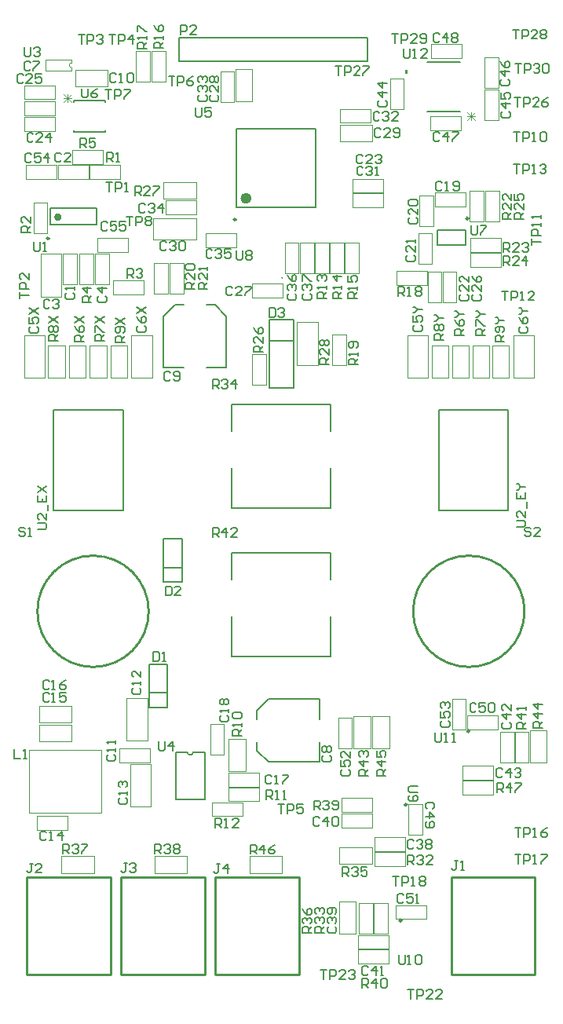
<source format=gto>
G04*
G04 #@! TF.GenerationSoftware,Altium Limited,CircuitStudio,1.5.1 (13)*
G04*
G04 Layer_Color=15065295*
%FSLAX44Y44*%
%MOMM*%
G71*
G01*
G75*
%ADD34C,0.2540*%
%ADD69C,0.2500*%
%ADD70C,0.2000*%
%ADD71C,0.6000*%
%ADD72C,0.1000*%
%ADD73C,0.0500*%
%ADD74C,0.4000*%
%ADD75C,0.1999*%
%ADD76C,0.1270*%
%ADD77C,0.1524*%
%ADD78C,0.0500*%
%ADD79C,0.1700*%
%ADD80C,0.1700*%
%ADD81C,0.0762*%
G36*
X687832Y1263009D02*
X685292D01*
Y1266819D01*
X687832D01*
Y1263009D01*
D02*
G37*
D34*
X814101Y683260D02*
G03*
X814101Y683260I-60000J0D01*
G01*
X408920D02*
G03*
X408920Y683260I-60000J0D01*
G01*
X367580Y291296D02*
Y396296D01*
X277580Y291296D02*
X367580D01*
X277580D02*
Y396296D01*
X367580D01*
X570780Y291296D02*
Y396296D01*
X480780Y291296D02*
X570780D01*
X480780D02*
Y396296D01*
X570780D01*
X469180Y291296D02*
Y396296D01*
X379180Y291296D02*
X469180D01*
X379180D02*
Y396296D01*
X469180D01*
X825420Y291296D02*
Y396296D01*
X735420Y291296D02*
X825420D01*
X735420D02*
Y396296D01*
X825420D01*
D69*
X687532Y474800D02*
G03*
X687532Y474800I-1250J0D01*
G01*
X753580Y1106858D02*
G03*
X753580Y1106858I-1250J0D01*
G01*
X503104Y1105534D02*
G03*
X503104Y1105534I-1250J0D01*
G01*
X301614Y1085218D02*
G03*
X301614Y1085218I-1250J0D01*
G01*
X681642Y349986D02*
G03*
X681642Y349986I-1250J0D01*
G01*
X754794Y553948D02*
G03*
X754794Y553948I-1250J0D01*
G01*
D70*
X450535Y531540D02*
G03*
X456885Y531540I3175J0D01*
G01*
X306500Y792350D02*
Y900650D01*
X381500D01*
Y792350D02*
Y900650D01*
X306500Y792350D02*
X381500D01*
X469410Y480740D02*
Y531540D01*
X456885D02*
X469410D01*
X437960D02*
X450535D01*
X437960Y480740D02*
X469410D01*
X437960D02*
Y531540D01*
X721500Y792350D02*
Y900650D01*
X796500D01*
Y792350D02*
Y900650D01*
X721500Y792350D02*
X796500D01*
X441960Y1301750D02*
X645160D01*
X441960Y1276350D02*
Y1301750D01*
Y1276350D02*
X645160D01*
Y1301750D01*
X719830Y1094358D02*
X750830D01*
X719830Y1078358D02*
X750830D01*
Y1094358D01*
X719830Y1078358D02*
Y1094358D01*
X503854Y1118534D02*
X588854D01*
X503854Y1203534D02*
X588854D01*
X503854Y1118534D02*
Y1203534D01*
X588854Y1118534D02*
Y1203534D01*
X538802Y974852D02*
X565073Y974735D01*
X565472Y924052D02*
Y997712D01*
X538802Y924052D02*
X565472D01*
X538802D02*
Y997712D01*
X565472D01*
X352914Y1100218D02*
Y1118218D01*
X302914Y1100218D02*
Y1118218D01*
X352914D01*
X302914Y1100218D02*
X352914D01*
X525562Y566986D02*
Y576361D01*
X537937Y588736D01*
X525562Y533111D02*
X537937Y520736D01*
X525562Y533111D02*
Y542486D01*
X537937Y588736D02*
X593562D01*
Y566986D02*
Y588736D01*
Y520736D02*
Y542486D01*
X537937Y520736D02*
X593562D01*
X424724Y945678D02*
Y1001303D01*
Y945678D02*
X446474D01*
X470974D02*
X492724D01*
Y1001303D01*
X437099Y1013678D02*
X446474D01*
X424724Y1001303D02*
X437099Y1013678D01*
X480349D02*
X492724Y1001303D01*
X470974Y1013678D02*
X480349D01*
D71*
X516854Y1128534D02*
G03*
X516854Y1128534I-3000J0D01*
G01*
D72*
X552210Y1042756D02*
G03*
X552710Y1043256I500J0D01*
G01*
X779416Y935088D02*
Y970088D01*
Y935088D02*
X797416D01*
Y970088D01*
X779416D02*
X797416D01*
X568632Y994804D02*
X591132D01*
Y948804D02*
Y994804D01*
X568632Y948804D02*
X591132D01*
X568632D02*
Y994804D01*
X413880Y1084506D02*
Y1107006D01*
X459880D01*
Y1084506D02*
Y1107006D01*
X413880Y1084506D02*
X459880D01*
X687758Y981088D02*
X710258D01*
Y935088D02*
Y981088D01*
X687758Y935088D02*
X710258D01*
X687758D02*
Y981088D01*
X735916Y935088D02*
Y970088D01*
Y935088D02*
X753916D01*
Y970088D01*
X735916D02*
X753916D01*
X713869Y935088D02*
Y970088D01*
Y935088D02*
X731869D01*
Y970088D01*
X713869D02*
X731869D01*
X325602Y542688D02*
Y560688D01*
X290602Y542688D02*
X325602D01*
X290602D02*
Y560688D01*
X325602D01*
Y563262D02*
Y581262D01*
X290602Y563262D02*
X325602D01*
X290602D02*
Y581262D01*
X325602D01*
X322963Y969834D02*
X340963D01*
Y934834D02*
Y969834D01*
X322963Y934834D02*
X340963D01*
X322963D02*
Y969834D01*
X345417Y934834D02*
X363417D01*
X345417D02*
Y969834D01*
X363417D01*
Y934834D02*
Y969834D01*
X757963Y935088D02*
X775963D01*
X757963D02*
Y970088D01*
X775963D01*
Y935088D02*
Y970088D01*
X300509Y969834D02*
X318509D01*
Y934834D02*
Y969834D01*
X300509Y934834D02*
X318509D01*
X300509D02*
Y969834D01*
X367870D02*
X385870D01*
Y934834D02*
Y969834D01*
X367870Y934834D02*
X385870D01*
X367870D02*
Y969834D01*
X495190Y510820D02*
X513190D01*
X495190D02*
Y545820D01*
X513190D01*
Y510820D02*
Y545820D01*
X274500Y934834D02*
Y980834D01*
Y934834D02*
X297000D01*
Y980834D01*
X274500D02*
X297000D01*
X412824Y934834D02*
Y980834D01*
X390324D02*
X412824D01*
X390324Y934834D02*
Y980834D01*
Y934834D02*
X412824D01*
X824558Y935088D02*
Y981088D01*
X802058D02*
X824558D01*
X802058Y935088D02*
Y981088D01*
Y935088D02*
X824558D01*
X407490Y543674D02*
Y589674D01*
X384990D02*
X407490D01*
X384990Y543674D02*
Y589674D01*
Y543674D02*
X407490D01*
X411554Y472554D02*
Y518554D01*
X389054D02*
X411554D01*
X389054Y472554D02*
Y518554D01*
Y472554D02*
X411554D01*
X329718Y1249062D02*
X364718D01*
Y1267062D01*
X329718D02*
X364718D01*
X329718Y1249062D02*
Y1267062D01*
X292280Y1022718D02*
X314780D01*
X292280D02*
Y1068718D01*
X314780D01*
Y1022718D02*
Y1068718D01*
X520556Y1232942D02*
Y1267942D01*
X502556D02*
X520556D01*
X502556Y1232942D02*
Y1267942D01*
Y1232942D02*
X520556D01*
X615214Y1189626D02*
X650214D01*
Y1207626D01*
X615214D02*
X650214D01*
X615214Y1189626D02*
Y1207626D01*
X424968Y1145904D02*
X459968D01*
X424968Y1127904D02*
Y1145904D01*
Y1127904D02*
X459968D01*
Y1145904D01*
X614706Y410608D02*
X649706D01*
Y428608D01*
X614706D02*
X649706D01*
X614706Y410608D02*
Y428608D01*
X314986Y401210D02*
X349986D01*
Y419210D01*
X314986D02*
X349986D01*
X314986Y401210D02*
Y419210D01*
X614062Y335306D02*
Y370306D01*
Y335306D02*
X632062D01*
Y370306D01*
X614062D02*
X632062D01*
X819802Y520218D02*
Y555218D01*
Y520218D02*
X837802D01*
Y555218D01*
X819802D02*
X837802D01*
X517932Y401210D02*
X552932D01*
Y419210D01*
X517932D02*
X552932D01*
X517932Y401210D02*
Y419210D01*
X647810Y535458D02*
Y570458D01*
X629810D02*
X647810D01*
X629810Y535458D02*
Y570458D01*
Y535458D02*
X647810D01*
X668130D02*
Y570458D01*
X650130D02*
X668130D01*
X650130Y535458D02*
Y570458D01*
Y535458D02*
X668130D01*
X415062Y401210D02*
X450062D01*
Y419210D01*
X415062D02*
X450062D01*
X415062Y401210D02*
Y419210D01*
D73*
X325806Y1274361D02*
G03*
X325806Y1269611I0J-2375D01*
G01*
X604386Y1047496D02*
X619386D01*
X604386D02*
Y1080516D01*
X619386D01*
Y1047496D02*
Y1080516D01*
X771772Y1136650D02*
X786772D01*
Y1103630D02*
Y1136650D01*
X771772Y1103630D02*
X786772D01*
X771772D02*
Y1136650D01*
X788416Y1054728D02*
Y1069728D01*
X755396Y1054728D02*
X788416D01*
X755396D02*
Y1069728D01*
X788416D01*
Y1070476D02*
Y1085476D01*
X755396Y1070476D02*
X788416D01*
X755396D02*
Y1085476D01*
X788416D01*
X755008Y1136650D02*
X770008D01*
Y1103630D02*
Y1136650D01*
X755008Y1103630D02*
X770008D01*
X755008D02*
Y1136650D01*
X412108Y1254506D02*
X427108D01*
X412108D02*
Y1287526D01*
X427108D01*
Y1254506D02*
Y1287526D01*
X395344Y1254506D02*
X410344D01*
X395344D02*
Y1287526D01*
X410344D01*
Y1254506D02*
Y1287526D01*
X520566Y960628D02*
X535566D01*
Y927608D02*
Y960628D01*
X520566Y927608D02*
X535566D01*
X520566D02*
Y960628D01*
X746252Y1279518D02*
Y1294518D01*
X713232Y1279518D02*
X746252D01*
X713232D02*
Y1294518D01*
X746252D01*
X771264Y1247648D02*
X786264D01*
X771264D02*
Y1280668D01*
X786264D01*
Y1247648D02*
Y1280668D01*
X771264Y1213104D02*
X786264D01*
X771264D02*
Y1246124D01*
X786264D01*
Y1213104D02*
Y1246124D01*
X745998Y1201794D02*
Y1216794D01*
X712978Y1201794D02*
X745998D01*
X712978D02*
Y1216794D01*
X745998D01*
X669156Y1257554D02*
X684156D01*
Y1224534D02*
Y1257554D01*
X669156Y1224534D02*
X684156D01*
X669156D02*
Y1257554D01*
X503428Y1075556D02*
Y1090556D01*
X470408Y1075556D02*
X503428D01*
X470408D02*
Y1090556D01*
X503428D01*
X571874Y1080516D02*
X586874D01*
Y1047496D02*
Y1080516D01*
X571874Y1047496D02*
X586874D01*
X571874D02*
Y1080516D01*
X555618D02*
X570618D01*
Y1047496D02*
Y1080516D01*
X555618Y1047496D02*
X570618D01*
X555618D02*
Y1080516D01*
X628396Y1118736D02*
Y1133736D01*
X661416D01*
Y1118736D02*
Y1133736D01*
X628396Y1118736D02*
X661416D01*
X615188Y1209922D02*
Y1224922D01*
X648208D01*
Y1209922D02*
Y1224922D01*
X615188Y1209922D02*
X648208D01*
X486276Y1232662D02*
X501276D01*
X486276D02*
Y1265682D01*
X501276D01*
Y1232662D02*
Y1265682D01*
X460218Y1111116D02*
Y1126116D01*
X427198Y1111116D02*
X460218D01*
X427198D02*
Y1126116D01*
X460218D01*
X652780Y424554D02*
Y439554D01*
X685800D01*
Y424554D02*
Y439554D01*
X652780Y424554D02*
X685800D01*
X649732Y450208D02*
Y465208D01*
X616712Y450208D02*
X649732D01*
X616712D02*
Y465208D01*
X649732D01*
X588130Y1047496D02*
X603130D01*
X588130D02*
Y1080516D01*
X603130D01*
Y1047496D02*
Y1080516D01*
X652780Y408298D02*
Y423298D01*
X685800D01*
Y408298D02*
Y423298D01*
X652780Y408298D02*
X685800D01*
X616712Y466972D02*
Y481972D01*
X649732D01*
Y466972D02*
Y481972D01*
X616712Y466972D02*
X649732D01*
X688968Y442214D02*
X703968D01*
X688968D02*
Y475234D01*
X703968D01*
Y442214D02*
Y475234D01*
X377190Y535312D02*
X410210D01*
X377190Y520312D02*
Y535312D01*
Y520312D02*
X410210D01*
Y535312D01*
X288544Y462668D02*
X321564D01*
X288544Y447668D02*
Y462668D01*
Y447668D02*
X321564D01*
Y462668D01*
X495300Y494150D02*
X528320D01*
Y509150D01*
X495300D02*
X528320D01*
X495300Y494150D02*
Y509150D01*
X490100Y528320D02*
Y561340D01*
X475100D02*
X490100D01*
X475100Y528320D02*
Y561340D01*
Y528320D02*
X490100D01*
X495300Y478402D02*
X528320D01*
Y493402D01*
X495300D02*
X528320D01*
X495300Y478402D02*
Y493402D01*
X477266Y462400D02*
X510286D01*
Y477400D01*
X477266D02*
X510286D01*
X477266Y462400D02*
Y477400D01*
X307848Y1218050D02*
Y1233050D01*
X274828Y1218050D02*
X307848D01*
X274828D02*
Y1233050D01*
X307848D01*
X307594Y1201286D02*
Y1216286D01*
X274574Y1201286D02*
X307594D01*
X274574D02*
Y1216286D01*
X307594D01*
X725798Y1049782D02*
X740798D01*
Y1016762D02*
Y1049782D01*
X725798Y1016762D02*
X740798D01*
X725798D02*
Y1049782D01*
X520700Y1021708D02*
Y1036708D01*
X553720D01*
Y1021708D02*
Y1036708D01*
X520700Y1021708D02*
X553720D01*
X750316Y1119752D02*
Y1134752D01*
X717296Y1119752D02*
X750316D01*
X717296D02*
Y1134752D01*
X750316D01*
X700652Y1131316D02*
X715652D01*
Y1098296D02*
Y1131316D01*
X700652Y1098296D02*
X715652D01*
X700652D02*
Y1131316D01*
X699636Y1090930D02*
X714636D01*
Y1057910D02*
Y1090930D01*
X699636Y1057910D02*
X714636D01*
X699636D02*
Y1090930D01*
X709796Y1016762D02*
X724796D01*
X709796D02*
Y1049782D01*
X724796D01*
Y1016762D02*
Y1049782D01*
X661416Y1134484D02*
Y1149484D01*
X628396Y1134484D02*
X661416D01*
X628396D02*
Y1149484D01*
X661416D01*
X325806Y1274361D02*
Y1278236D01*
Y1265736D02*
Y1269611D01*
X297306Y1265736D02*
X325806D01*
X297306D02*
Y1278236D01*
X325806D01*
X307848Y1235322D02*
Y1250322D01*
X274828Y1235322D02*
X307848D01*
X274828D02*
Y1250322D01*
X307848D01*
X343916Y1149216D02*
Y1164216D01*
X310896Y1149216D02*
X343916D01*
X310896D02*
Y1164216D01*
X343916D01*
X284600Y1090930D02*
X299600D01*
X284600D02*
Y1123950D01*
X299600D01*
Y1090930D02*
Y1123950D01*
X345186Y1149216D02*
Y1164216D01*
X378206D01*
Y1149216D02*
Y1164216D01*
X345186Y1149216D02*
X378206D01*
X316350Y1035812D02*
X331350D01*
X316350D02*
Y1068832D01*
X331350D01*
Y1035812D02*
Y1068832D01*
X334130Y1036066D02*
X349130D01*
X334130D02*
Y1069086D01*
X349130D01*
Y1036066D02*
Y1069086D01*
X350894Y1068578D02*
X365894D01*
Y1035558D02*
Y1068578D01*
X350894Y1035558D02*
X365894D01*
X350894D02*
Y1068578D01*
X326644Y1165472D02*
Y1180472D01*
X359664D01*
Y1165472D02*
Y1180472D01*
X326644Y1165472D02*
X359664D01*
X403606Y1025010D02*
Y1040010D01*
X370586Y1025010D02*
X403606D01*
X370586D02*
Y1040010D01*
X403606D01*
X431412Y1058418D02*
X446412D01*
Y1025398D02*
Y1058418D01*
X431412Y1025398D02*
X446412D01*
X431412D02*
Y1058418D01*
X414648D02*
X429648D01*
Y1025398D02*
Y1058418D01*
X414648Y1025398D02*
X429648D01*
X414648D02*
Y1058418D01*
X651884Y335788D02*
X666884D01*
X651884D02*
Y368808D01*
X666884D01*
Y335788D02*
Y368808D01*
X635882Y335788D02*
X650882D01*
X635882D02*
Y368808D01*
X650882D01*
Y335788D02*
Y368808D01*
X667512Y319144D02*
Y334144D01*
X634492Y319144D02*
X667512D01*
X634492D02*
Y334144D01*
X667512D01*
X634492Y303396D02*
Y318396D01*
X667512D01*
Y303396D02*
Y318396D01*
X634492Y303396D02*
X667512D01*
X708660Y351402D02*
Y366402D01*
X675640Y351402D02*
X708660D01*
X675640D02*
Y366402D01*
X708660D01*
X785114Y556126D02*
Y571126D01*
X752094Y556126D02*
X785114D01*
X752094D02*
Y571126D01*
X785114D01*
X787774Y520446D02*
X802774D01*
X787774D02*
Y553466D01*
X802774D01*
Y520446D02*
Y553466D01*
X780542Y501770D02*
Y516770D01*
X747522Y501770D02*
X780542D01*
X747522D02*
Y516770D01*
X780542D01*
X803776Y520446D02*
X818776D01*
X803776D02*
Y553466D01*
X818776D01*
Y520446D02*
Y553466D01*
X747522Y485768D02*
Y500768D01*
X780542D01*
Y485768D02*
Y500768D01*
X747522Y485768D02*
X780542D01*
X620642Y1047496D02*
X635642D01*
X620642D02*
Y1080516D01*
X635642D01*
Y1047496D02*
Y1080516D01*
X675894Y1035170D02*
Y1050170D01*
X708914D01*
Y1035170D02*
Y1050170D01*
X675894Y1035170D02*
X708914D01*
X606672Y948554D02*
X621672D01*
X606672D02*
Y981574D01*
X621672D01*
Y948554D02*
Y981574D01*
X628276Y535178D02*
Y568198D01*
X613276D02*
X628276D01*
X613276Y535178D02*
Y568198D01*
Y535178D02*
X628276D01*
X750958Y555752D02*
Y588772D01*
X735958D02*
X750958D01*
X735958Y555752D02*
Y588772D01*
Y555752D02*
X750958D01*
X276606Y1164216D02*
X309626D01*
X276606Y1149216D02*
Y1164216D01*
Y1149216D02*
X309626D01*
Y1164216D01*
X353568Y1070476D02*
X386588D01*
Y1085476D01*
X353568D02*
X386588D01*
X353568Y1070476D02*
Y1085476D01*
D74*
X312914Y1108218D02*
G03*
X312914Y1108218I-2000J0D01*
G01*
D75*
X605001Y877483D02*
Y905984D01*
X498001Y877483D02*
Y905984D01*
Y794483D02*
Y837483D01*
X605003Y794483D02*
Y837483D01*
X498002Y905983D02*
X605003D01*
X498002Y794483D02*
X605003D01*
X605001Y717799D02*
Y746299D01*
X498001Y717799D02*
Y746299D01*
Y634799D02*
Y677799D01*
X605003Y634799D02*
Y677799D01*
X498002Y746299D02*
X605003D01*
X498002Y634799D02*
X605003D01*
D76*
X409100Y595744D02*
X429100D01*
X409100Y626244D02*
X429100D01*
X409100Y579744D02*
Y626244D01*
Y579744D02*
X429100D01*
Y626244D01*
X445102Y714618D02*
Y761118D01*
X425102Y714618D02*
X445102D01*
X425102D02*
Y761118D01*
X445102D01*
X425102Y730618D02*
X445102D01*
D77*
X709570Y1221867D02*
X744326D01*
X709570Y1275461D02*
X744326D01*
X361696Y1232404D02*
Y1233932D01*
X328168Y1200404D02*
Y1201932D01*
Y1200404D02*
X361696D01*
Y1201932D01*
X328168Y1233932D02*
X361696D01*
X328168Y1232404D02*
Y1233932D01*
D78*
X279517Y533872D02*
X357515D01*
Y465871D02*
Y533872D01*
X279517Y465871D02*
Y533872D01*
Y465871D02*
X357515D01*
D79*
X477774Y763524D02*
Y773521D01*
X482772D01*
X484439Y771855D01*
Y768522D01*
X482772Y766856D01*
X477774D01*
X481106D02*
X484439Y763524D01*
X492769D02*
Y773521D01*
X487771Y768522D01*
X494435D01*
X504432Y763524D02*
X497767D01*
X504432Y770189D01*
Y771855D01*
X502766Y773521D01*
X499434D01*
X497767Y771855D01*
X477774Y923290D02*
Y933287D01*
X482772D01*
X484439Y931621D01*
Y928288D01*
X482772Y926622D01*
X477774D01*
X481106D02*
X484439Y923290D01*
X487771Y931621D02*
X489437Y933287D01*
X492769D01*
X494435Y931621D01*
Y929955D01*
X492769Y928288D01*
X491103D01*
X492769D01*
X494435Y926622D01*
Y924956D01*
X492769Y923290D01*
X489437D01*
X487771Y924956D01*
X502766Y923290D02*
Y933287D01*
X497767Y928288D01*
X504432D01*
X792480Y973836D02*
X782483D01*
Y978834D01*
X784149Y980500D01*
X787482D01*
X789148Y978834D01*
Y973836D01*
Y977168D02*
X792480Y980500D01*
X790814Y983833D02*
X792480Y985499D01*
Y988831D01*
X790814Y990497D01*
X784149D01*
X782483Y988831D01*
Y985499D01*
X784149Y983833D01*
X785815D01*
X787482Y985499D01*
Y990497D01*
X782483Y993829D02*
X784149D01*
X787482Y997162D01*
X784149Y1000494D01*
X782483D01*
X787482Y997162D02*
X792480D01*
X717804Y552033D02*
Y543702D01*
X719470Y542036D01*
X722802D01*
X724468Y543702D01*
Y552033D01*
X727801Y542036D02*
X731133D01*
X729467D01*
Y552033D01*
X727801Y550367D01*
X736131Y542036D02*
X739464D01*
X737797D01*
Y552033D01*
X736131Y550367D01*
X678434Y312511D02*
Y304180D01*
X680100Y302514D01*
X683432D01*
X685098Y304180D01*
Y312511D01*
X688431Y302514D02*
X691763D01*
X690097D01*
Y312511D01*
X688431Y310844D01*
X696761D02*
X698427Y312511D01*
X701760D01*
X703426Y310844D01*
Y304180D01*
X701760Y302514D01*
X698427D01*
X696761Y304180D01*
Y310844D01*
X503682Y1072479D02*
Y1064148D01*
X505348Y1062482D01*
X508680D01*
X510346Y1064148D01*
Y1072479D01*
X513679Y1070813D02*
X515345Y1072479D01*
X518677D01*
X520343Y1070813D01*
Y1069146D01*
X518677Y1067480D01*
X520343Y1065814D01*
Y1064148D01*
X518677Y1062482D01*
X515345D01*
X513679Y1064148D01*
Y1065814D01*
X515345Y1067480D01*
X513679Y1069146D01*
Y1070813D01*
X515345Y1067480D02*
X518677D01*
X336550Y1246977D02*
Y1238646D01*
X338216Y1236980D01*
X341548D01*
X343214Y1238646D01*
Y1246977D01*
X353211D02*
X349879Y1245311D01*
X346547Y1241978D01*
Y1238646D01*
X348213Y1236980D01*
X351545D01*
X353211Y1238646D01*
Y1240312D01*
X351545Y1241978D01*
X346547D01*
X459486Y1226403D02*
Y1218072D01*
X461152Y1216406D01*
X464484D01*
X466150Y1218072D01*
Y1226403D01*
X476147D02*
X469483D01*
Y1221404D01*
X472815Y1223070D01*
X474481D01*
X476147Y1221404D01*
Y1218072D01*
X474481Y1216406D01*
X471149D01*
X469483Y1218072D01*
X275082Y1291173D02*
Y1282842D01*
X276748Y1281176D01*
X280080D01*
X281746Y1282842D01*
Y1291173D01*
X285079Y1289507D02*
X286745Y1291173D01*
X290077D01*
X291743Y1289507D01*
Y1287840D01*
X290077Y1286174D01*
X288411D01*
X290077D01*
X291743Y1284508D01*
Y1282842D01*
X290077Y1281176D01*
X286745D01*
X285079Y1282842D01*
X285242Y1081369D02*
Y1073038D01*
X286908Y1071372D01*
X290240D01*
X291906Y1073038D01*
Y1081369D01*
X295239Y1071372D02*
X298571D01*
X296905D01*
Y1081369D01*
X295239Y1079703D01*
X803910Y1273647D02*
X810574D01*
X807242D01*
Y1263650D01*
X813907D02*
Y1273647D01*
X818905D01*
X820571Y1271981D01*
Y1268648D01*
X818905Y1266982D01*
X813907D01*
X823903Y1271981D02*
X825570Y1273647D01*
X828902D01*
X830568Y1271981D01*
Y1270314D01*
X828902Y1268648D01*
X827236D01*
X828902D01*
X830568Y1266982D01*
Y1265316D01*
X828902Y1263650D01*
X825570D01*
X823903Y1265316D01*
X833900Y1271981D02*
X835566Y1273647D01*
X838898D01*
X840565Y1271981D01*
Y1265316D01*
X838898Y1263650D01*
X835566D01*
X833900Y1265316D01*
Y1271981D01*
X671322Y1306159D02*
X677986D01*
X674654D01*
Y1296162D01*
X681319D02*
Y1306159D01*
X686317D01*
X687983Y1304492D01*
Y1301160D01*
X686317Y1299494D01*
X681319D01*
X697980Y1296162D02*
X691315D01*
X697980Y1302826D01*
Y1304492D01*
X696314Y1306159D01*
X692981D01*
X691315Y1304492D01*
X701312Y1297828D02*
X702978Y1296162D01*
X706311D01*
X707977Y1297828D01*
Y1304492D01*
X706311Y1306159D01*
X702978D01*
X701312Y1304492D01*
Y1302826D01*
X702978Y1301160D01*
X707977D01*
X801370Y1310477D02*
X808034D01*
X804702D01*
Y1300480D01*
X811367D02*
Y1310477D01*
X816365D01*
X818031Y1308810D01*
Y1305478D01*
X816365Y1303812D01*
X811367D01*
X828028Y1300480D02*
X821363D01*
X828028Y1307144D01*
Y1308810D01*
X826362Y1310477D01*
X823029D01*
X821363Y1308810D01*
X831360D02*
X833026Y1310477D01*
X836358D01*
X838025Y1308810D01*
Y1307144D01*
X836358Y1305478D01*
X838025Y1303812D01*
Y1302146D01*
X836358Y1300480D01*
X833026D01*
X831360Y1302146D01*
Y1303812D01*
X833026Y1305478D01*
X831360Y1307144D01*
Y1308810D01*
X833026Y1305478D02*
X836358D01*
X610108Y1270853D02*
X616772D01*
X613440D01*
Y1260856D01*
X620105D02*
Y1270853D01*
X625103D01*
X626769Y1269186D01*
Y1265854D01*
X625103Y1264188D01*
X620105D01*
X636766Y1260856D02*
X630101D01*
X636766Y1267520D01*
Y1269186D01*
X635100Y1270853D01*
X631768D01*
X630101Y1269186D01*
X640098Y1270853D02*
X646763D01*
Y1269186D01*
X640098Y1262522D01*
Y1260856D01*
X803148Y1237325D02*
X809812D01*
X806480D01*
Y1227328D01*
X813145D02*
Y1237325D01*
X818143D01*
X819809Y1235658D01*
Y1232326D01*
X818143Y1230660D01*
X813145D01*
X829806Y1227328D02*
X823141D01*
X829806Y1233992D01*
Y1235658D01*
X828140Y1237325D01*
X824808D01*
X823141Y1235658D01*
X839803Y1237325D02*
X836470Y1235658D01*
X833138Y1232326D01*
Y1228994D01*
X834804Y1227328D01*
X838137D01*
X839803Y1228994D01*
Y1230660D01*
X838137Y1232326D01*
X833138D01*
X594360Y296763D02*
X601024D01*
X597692D01*
Y286766D01*
X604357D02*
Y296763D01*
X609355D01*
X611021Y295096D01*
Y291764D01*
X609355Y290098D01*
X604357D01*
X621018Y286766D02*
X614353D01*
X621018Y293430D01*
Y295096D01*
X619352Y296763D01*
X616020D01*
X614353Y295096D01*
X624350D02*
X626016Y296763D01*
X629348D01*
X631015Y295096D01*
Y293430D01*
X629348Y291764D01*
X627682D01*
X629348D01*
X631015Y290098D01*
Y288432D01*
X629348Y286766D01*
X626016D01*
X624350Y288432D01*
X688340Y275427D02*
X695004D01*
X691672D01*
Y265430D01*
X698337D02*
Y275427D01*
X703335D01*
X705001Y273761D01*
Y270428D01*
X703335Y268762D01*
X698337D01*
X714998Y265430D02*
X708333D01*
X714998Y272094D01*
Y273761D01*
X713332Y275427D01*
X709999D01*
X708333Y273761D01*
X724995Y265430D02*
X718330D01*
X724995Y272094D01*
Y273761D01*
X723328Y275427D01*
X719996D01*
X718330Y273761D01*
X803656Y449925D02*
X810320D01*
X806988D01*
Y439928D01*
X813653D02*
Y449925D01*
X818651D01*
X820317Y448259D01*
Y444926D01*
X818651Y443260D01*
X813653D01*
X823649Y439928D02*
X826982D01*
X825315D01*
Y449925D01*
X823649Y448259D01*
X838644Y449925D02*
X835312Y448259D01*
X831980Y444926D01*
Y441594D01*
X833646Y439928D01*
X836978D01*
X838644Y441594D01*
Y443260D01*
X836978Y444926D01*
X831980D01*
X802386Y1165443D02*
X809050D01*
X805718D01*
Y1155446D01*
X812383D02*
Y1165443D01*
X817381D01*
X819047Y1163776D01*
Y1160444D01*
X817381Y1158778D01*
X812383D01*
X822379Y1155446D02*
X825712D01*
X824045D01*
Y1165443D01*
X822379Y1163776D01*
X830710D02*
X832376Y1165443D01*
X835708D01*
X837374Y1163776D01*
Y1162110D01*
X835708Y1160444D01*
X834042D01*
X835708D01*
X837374Y1158778D01*
Y1157112D01*
X835708Y1155446D01*
X832376D01*
X830710Y1157112D01*
X789686Y1028537D02*
X796350D01*
X793018D01*
Y1018540D01*
X799682D02*
Y1028537D01*
X804681D01*
X806347Y1026870D01*
Y1023538D01*
X804681Y1021872D01*
X799682D01*
X809679Y1018540D02*
X813011D01*
X811345D01*
Y1028537D01*
X809679Y1026870D01*
X824674Y1018540D02*
X818010D01*
X824674Y1025204D01*
Y1026870D01*
X823008Y1028537D01*
X819676D01*
X818010Y1026870D01*
X821853Y1078484D02*
Y1085148D01*
Y1081816D01*
X831850D01*
Y1088481D02*
X821853D01*
Y1093479D01*
X823519Y1095145D01*
X826852D01*
X828518Y1093479D01*
Y1088481D01*
X831850Y1098477D02*
Y1101810D01*
Y1100144D01*
X821853D01*
X823519Y1098477D01*
X831850Y1106808D02*
Y1110140D01*
Y1108474D01*
X821853D01*
X823519Y1106808D01*
X802640Y1199987D02*
X809304D01*
X805972D01*
Y1189990D01*
X812637D02*
Y1199987D01*
X817635D01*
X819301Y1198320D01*
Y1194988D01*
X817635Y1193322D01*
X812637D01*
X822633Y1189990D02*
X825966D01*
X824299D01*
Y1199987D01*
X822633Y1198320D01*
X830964D02*
X832630Y1199987D01*
X835962D01*
X837628Y1198320D01*
Y1191656D01*
X835962Y1189990D01*
X832630D01*
X830964Y1191656D01*
Y1198320D01*
X385318Y1109055D02*
X391982D01*
X388650D01*
Y1099058D01*
X395315D02*
Y1109055D01*
X400313D01*
X401979Y1107389D01*
Y1104056D01*
X400313Y1102390D01*
X395315D01*
X405311Y1107389D02*
X406978Y1109055D01*
X410310D01*
X411976Y1107389D01*
Y1105722D01*
X410310Y1104056D01*
X411976Y1102390D01*
Y1100724D01*
X410310Y1099058D01*
X406978D01*
X405311Y1100724D01*
Y1102390D01*
X406978Y1104056D01*
X405311Y1105722D01*
Y1107389D01*
X406978Y1104056D02*
X410310D01*
X362458Y1245453D02*
X369122D01*
X365790D01*
Y1235456D01*
X372455D02*
Y1245453D01*
X377453D01*
X379119Y1243786D01*
Y1240454D01*
X377453Y1238788D01*
X372455D01*
X382451Y1245453D02*
X389116D01*
Y1243786D01*
X382451Y1237122D01*
Y1235456D01*
X430276Y1260185D02*
X436940D01*
X433608D01*
Y1250188D01*
X440273D02*
Y1260185D01*
X445271D01*
X446937Y1258519D01*
Y1255186D01*
X445271Y1253520D01*
X440273D01*
X456934Y1260185D02*
X453602Y1258519D01*
X450269Y1255186D01*
Y1251854D01*
X451936Y1250188D01*
X455268D01*
X456934Y1251854D01*
Y1253520D01*
X455268Y1255186D01*
X450269D01*
X366522Y1305143D02*
X373186D01*
X369854D01*
Y1295146D01*
X376519D02*
Y1305143D01*
X381517D01*
X383183Y1303477D01*
Y1300144D01*
X381517Y1298478D01*
X376519D01*
X391514Y1295146D02*
Y1305143D01*
X386515Y1300144D01*
X393180D01*
X332994Y1305143D02*
X339658D01*
X336326D01*
Y1295146D01*
X342991D02*
Y1305143D01*
X347989D01*
X349655Y1303477D01*
Y1300144D01*
X347989Y1298478D01*
X342991D01*
X352987Y1303477D02*
X354654Y1305143D01*
X357986D01*
X359652Y1303477D01*
Y1301810D01*
X357986Y1300144D01*
X356320D01*
X357986D01*
X359652Y1298478D01*
Y1296812D01*
X357986Y1295146D01*
X354654D01*
X352987Y1296812D01*
X269911Y1020826D02*
Y1027490D01*
Y1024158D01*
X279908D01*
Y1030823D02*
X269911D01*
Y1035821D01*
X271577Y1037487D01*
X274909D01*
X276576Y1035821D01*
Y1030823D01*
X279908Y1047484D02*
Y1040819D01*
X273243Y1047484D01*
X271577D01*
X269911Y1045818D01*
Y1042486D01*
X271577Y1040819D01*
X362966Y1145631D02*
X369630D01*
X366298D01*
Y1135634D01*
X372963D02*
Y1145631D01*
X377961D01*
X379627Y1143964D01*
Y1140632D01*
X377961Y1138966D01*
X372963D01*
X382959Y1135634D02*
X386292D01*
X384626D01*
Y1145631D01*
X382959Y1143964D01*
X784352Y488442D02*
Y498439D01*
X789350D01*
X791016Y496772D01*
Y493440D01*
X789350Y491774D01*
X784352D01*
X787684D02*
X791016Y488442D01*
X799347D02*
Y498439D01*
X794349Y493440D01*
X801013D01*
X804345Y498439D02*
X811010D01*
Y496772D01*
X804345Y490108D01*
Y488442D01*
X518414Y421640D02*
Y431637D01*
X523412D01*
X525078Y429971D01*
Y426638D01*
X523412Y424972D01*
X518414D01*
X521746D02*
X525078Y421640D01*
X533409D02*
Y431637D01*
X528411Y426638D01*
X535075D01*
X545072Y431637D02*
X541740Y429971D01*
X538407Y426638D01*
Y423306D01*
X540074Y421640D01*
X543406D01*
X545072Y423306D01*
Y424972D01*
X543406Y426638D01*
X538407D01*
X664718Y506222D02*
X654721D01*
Y511220D01*
X656387Y512886D01*
X659719D01*
X661386Y511220D01*
Y506222D01*
Y509554D02*
X664718Y512886D01*
Y521217D02*
X654721D01*
X659719Y516219D01*
Y522883D01*
X654721Y532880D02*
Y526215D01*
X659719D01*
X658053Y529548D01*
Y531214D01*
X659719Y532880D01*
X663052D01*
X664718Y531214D01*
Y527882D01*
X663052Y526215D01*
X833374Y557784D02*
X823377D01*
Y562782D01*
X825043Y564448D01*
X828375D01*
X830042Y562782D01*
Y557784D01*
Y561116D02*
X833374Y564448D01*
Y572779D02*
X823377D01*
X828375Y567781D01*
Y574445D01*
X833374Y582776D02*
X823377D01*
X828375Y577777D01*
Y584442D01*
X645922Y505968D02*
X635925D01*
Y510966D01*
X637591Y512632D01*
X640923D01*
X642590Y510966D01*
Y505968D01*
Y509300D02*
X645922Y512632D01*
Y520963D02*
X635925D01*
X640923Y515965D01*
Y522629D01*
X637591Y525961D02*
X635925Y527627D01*
Y530960D01*
X637591Y532626D01*
X639257D01*
X640923Y530960D01*
Y529294D01*
Y530960D01*
X642590Y532626D01*
X644256D01*
X645922Y530960D01*
Y527627D01*
X644256Y525961D01*
X815848Y556768D02*
X805851D01*
Y561766D01*
X807517Y563432D01*
X810850D01*
X812516Y561766D01*
Y556768D01*
Y560100D02*
X815848Y563432D01*
Y571763D02*
X805851D01*
X810850Y566765D01*
Y573429D01*
X815848Y576761D02*
Y580094D01*
Y578428D01*
X805851D01*
X807517Y576761D01*
X639064Y277114D02*
Y287111D01*
X644062D01*
X645728Y285445D01*
Y282112D01*
X644062Y280446D01*
X639064D01*
X642396D02*
X645728Y277114D01*
X654059D02*
Y287111D01*
X649061Y282112D01*
X655725D01*
X659057Y285445D02*
X660723Y287111D01*
X664056D01*
X665722Y285445D01*
Y278780D01*
X664056Y277114D01*
X660723D01*
X659057Y278780D01*
Y285445D01*
X415544Y421894D02*
Y431891D01*
X420542D01*
X422208Y430224D01*
Y426892D01*
X420542Y425226D01*
X415544D01*
X418876D02*
X422208Y421894D01*
X425541Y430224D02*
X427207Y431891D01*
X430539D01*
X432205Y430224D01*
Y428558D01*
X430539Y426892D01*
X428873D01*
X430539D01*
X432205Y425226D01*
Y423560D01*
X430539Y421894D01*
X427207D01*
X425541Y423560D01*
X435537Y430224D02*
X437203Y431891D01*
X440536D01*
X442202Y430224D01*
Y428558D01*
X440536Y426892D01*
X442202Y425226D01*
Y423560D01*
X440536Y421894D01*
X437203D01*
X435537Y423560D01*
Y425226D01*
X437203Y426892D01*
X435537Y428558D01*
Y430224D01*
X437203Y426892D02*
X440536D01*
X316230Y422402D02*
Y432399D01*
X321228D01*
X322894Y430732D01*
Y427400D01*
X321228Y425734D01*
X316230D01*
X319562D02*
X322894Y422402D01*
X326227Y430732D02*
X327893Y432399D01*
X331225D01*
X332891Y430732D01*
Y429066D01*
X331225Y427400D01*
X329559D01*
X331225D01*
X332891Y425734D01*
Y424068D01*
X331225Y422402D01*
X327893D01*
X326227Y424068D01*
X336223Y432399D02*
X342888D01*
Y430732D01*
X336223Y424068D01*
Y422402D01*
X584708Y336296D02*
X574711D01*
Y341294D01*
X576377Y342960D01*
X579710D01*
X581376Y341294D01*
Y336296D01*
Y339628D02*
X584708Y342960D01*
X576377Y346293D02*
X574711Y347959D01*
Y351291D01*
X576377Y352957D01*
X578043D01*
X579710Y351291D01*
Y349625D01*
Y351291D01*
X581376Y352957D01*
X583042D01*
X584708Y351291D01*
Y347959D01*
X583042Y346293D01*
X574711Y362954D02*
X576377Y359622D01*
X579710Y356289D01*
X583042D01*
X584708Y357956D01*
Y361288D01*
X583042Y362954D01*
X581376D01*
X579710Y361288D01*
Y356289D01*
X617728Y397764D02*
Y407761D01*
X622726D01*
X624392Y406095D01*
Y402762D01*
X622726Y401096D01*
X617728D01*
X621060D02*
X624392Y397764D01*
X627725Y406095D02*
X629391Y407761D01*
X632723D01*
X634389Y406095D01*
Y404428D01*
X632723Y402762D01*
X631057D01*
X632723D01*
X634389Y401096D01*
Y399430D01*
X632723Y397764D01*
X629391D01*
X627725Y399430D01*
X644386Y407761D02*
X637721D01*
Y402762D01*
X641054Y404428D01*
X642720D01*
X644386Y402762D01*
Y399430D01*
X642720Y397764D01*
X639388D01*
X637721Y399430D01*
X597916Y336550D02*
X587919D01*
Y341548D01*
X589585Y343214D01*
X592918D01*
X594584Y341548D01*
Y336550D01*
Y339882D02*
X597916Y343214D01*
X589585Y346547D02*
X587919Y348213D01*
Y351545D01*
X589585Y353211D01*
X591251D01*
X592918Y351545D01*
Y349879D01*
Y351545D01*
X594584Y353211D01*
X596250D01*
X597916Y351545D01*
Y348213D01*
X596250Y346547D01*
X589585Y356543D02*
X587919Y358209D01*
Y361542D01*
X589585Y363208D01*
X591251D01*
X592918Y361542D01*
Y359876D01*
Y361542D01*
X594584Y363208D01*
X596250D01*
X597916Y361542D01*
Y358209D01*
X596250Y356543D01*
X603504Y949452D02*
X593507D01*
Y954450D01*
X595173Y956116D01*
X598506D01*
X600172Y954450D01*
Y949452D01*
Y952784D02*
X603504Y956116D01*
Y966113D02*
Y959449D01*
X596839Y966113D01*
X595173D01*
X593507Y964447D01*
Y961115D01*
X595173Y959449D01*
Y969445D02*
X593507Y971112D01*
Y974444D01*
X595173Y976110D01*
X596839D01*
X598506Y974444D01*
X600172Y976110D01*
X601838D01*
X603504Y974444D01*
Y971112D01*
X601838Y969445D01*
X600172D01*
X598506Y971112D01*
X596839Y969445D01*
X595173D01*
X598506Y971112D02*
Y974444D01*
X393954Y1131316D02*
Y1141313D01*
X398952D01*
X400618Y1139647D01*
Y1136314D01*
X398952Y1134648D01*
X393954D01*
X397286D02*
X400618Y1131316D01*
X410615D02*
X403951D01*
X410615Y1137980D01*
Y1139647D01*
X408949Y1141313D01*
X405617D01*
X403951Y1139647D01*
X413947Y1141313D02*
X420612D01*
Y1139647D01*
X413947Y1132982D01*
Y1131316D01*
X532384Y962660D02*
X522387D01*
Y967658D01*
X524053Y969324D01*
X527385D01*
X529052Y967658D01*
Y962660D01*
Y965992D02*
X532384Y969324D01*
Y979321D02*
Y972657D01*
X525719Y979321D01*
X524053D01*
X522387Y977655D01*
Y974323D01*
X524053Y972657D01*
X522387Y989318D02*
X524053Y985986D01*
X527385Y982653D01*
X530718D01*
X532384Y984320D01*
Y987652D01*
X530718Y989318D01*
X529052D01*
X527385Y987652D01*
Y982653D01*
X813562Y1106170D02*
X803565D01*
Y1111168D01*
X805231Y1112834D01*
X808564D01*
X810230Y1111168D01*
Y1106170D01*
Y1109502D02*
X813562Y1112834D01*
Y1122831D02*
Y1116167D01*
X806897Y1122831D01*
X805231D01*
X803565Y1121165D01*
Y1117833D01*
X805231Y1116167D01*
X803565Y1132828D02*
Y1126163D01*
X808564D01*
X806897Y1129496D01*
Y1131162D01*
X808564Y1132828D01*
X811896D01*
X813562Y1131162D01*
Y1127830D01*
X811896Y1126163D01*
X791210Y1056386D02*
Y1066383D01*
X796208D01*
X797874Y1064716D01*
Y1061384D01*
X796208Y1059718D01*
X791210D01*
X794542D02*
X797874Y1056386D01*
X807871D02*
X801207D01*
X807871Y1063050D01*
Y1064716D01*
X806205Y1066383D01*
X802873D01*
X801207Y1064716D01*
X816202Y1056386D02*
Y1066383D01*
X811203Y1061384D01*
X817868D01*
X791464Y1070610D02*
Y1080607D01*
X796462D01*
X798128Y1078941D01*
Y1075608D01*
X796462Y1073942D01*
X791464D01*
X794796D02*
X798128Y1070610D01*
X808125D02*
X801461D01*
X808125Y1077274D01*
Y1078941D01*
X806459Y1080607D01*
X803127D01*
X801461Y1078941D01*
X811457D02*
X813123Y1080607D01*
X816456D01*
X818122Y1078941D01*
Y1077274D01*
X816456Y1075608D01*
X814790D01*
X816456D01*
X818122Y1073942D01*
Y1072276D01*
X816456Y1070610D01*
X813123D01*
X811457Y1072276D01*
X800100Y1106170D02*
X790103D01*
Y1111168D01*
X791769Y1112834D01*
X795101D01*
X796768Y1111168D01*
Y1106170D01*
Y1109502D02*
X800100Y1112834D01*
Y1122831D02*
Y1116167D01*
X793435Y1122831D01*
X791769D01*
X790103Y1121165D01*
Y1117833D01*
X791769Y1116167D01*
X800100Y1132828D02*
Y1126163D01*
X793435Y1132828D01*
X791769D01*
X790103Y1131162D01*
Y1127830D01*
X791769Y1126163D01*
X472440Y1030732D02*
X462443D01*
Y1035730D01*
X464109Y1037396D01*
X467441D01*
X469108Y1035730D01*
Y1030732D01*
Y1034064D02*
X472440Y1037396D01*
Y1047393D02*
Y1040729D01*
X465775Y1047393D01*
X464109D01*
X462443Y1045727D01*
Y1042395D01*
X464109Y1040729D01*
X472440Y1050725D02*
Y1054058D01*
Y1052392D01*
X462443D01*
X464109Y1050725D01*
X458724Y1030986D02*
X448727D01*
Y1035984D01*
X450393Y1037650D01*
X453726D01*
X455392Y1035984D01*
Y1030986D01*
Y1034318D02*
X458724Y1037650D01*
Y1047647D02*
Y1040983D01*
X452059Y1047647D01*
X450393D01*
X448727Y1045981D01*
Y1042649D01*
X450393Y1040983D01*
Y1050979D02*
X448727Y1052645D01*
Y1055978D01*
X450393Y1057644D01*
X457058D01*
X458724Y1055978D01*
Y1052645D01*
X457058Y1050979D01*
X450393D01*
X634746Y949062D02*
X624749D01*
Y954060D01*
X626415Y955726D01*
X629748D01*
X631414Y954060D01*
Y949062D01*
Y952394D02*
X634746Y955726D01*
Y959059D02*
Y962391D01*
Y960725D01*
X624749D01*
X626415Y959059D01*
X633080Y967389D02*
X634746Y969055D01*
Y972388D01*
X633080Y974054D01*
X626415D01*
X624749Y972388D01*
Y969055D01*
X626415Y967389D01*
X628081D01*
X629748Y969055D01*
Y974054D01*
X678180Y1023112D02*
Y1033109D01*
X683178D01*
X684844Y1031442D01*
Y1028110D01*
X683178Y1026444D01*
X678180D01*
X681512D02*
X684844Y1023112D01*
X688177D02*
X691509D01*
X689843D01*
Y1033109D01*
X688177Y1031442D01*
X696507D02*
X698173Y1033109D01*
X701506D01*
X703172Y1031442D01*
Y1029776D01*
X701506Y1028110D01*
X703172Y1026444D01*
Y1024778D01*
X701506Y1023112D01*
X698173D01*
X696507Y1024778D01*
Y1026444D01*
X698173Y1028110D01*
X696507Y1029776D01*
Y1031442D01*
X698173Y1028110D02*
X701506D01*
X406654Y1289812D02*
X396657D01*
Y1294810D01*
X398323Y1296476D01*
X401656D01*
X403322Y1294810D01*
Y1289812D01*
Y1293144D02*
X406654Y1296476D01*
Y1299809D02*
Y1303141D01*
Y1301475D01*
X396657D01*
X398323Y1299809D01*
X396657Y1308139D02*
Y1314804D01*
X398323D01*
X404988Y1308139D01*
X406654D01*
X424434Y1290320D02*
X414437D01*
Y1295318D01*
X416103Y1296984D01*
X419436D01*
X421102Y1295318D01*
Y1290320D01*
Y1293652D02*
X424434Y1296984D01*
Y1300317D02*
Y1303649D01*
Y1301983D01*
X414437D01*
X416103Y1300317D01*
X414437Y1315312D02*
X416103Y1311980D01*
X419436Y1308647D01*
X422768D01*
X424434Y1310313D01*
Y1313646D01*
X422768Y1315312D01*
X421102D01*
X419436Y1313646D01*
Y1308647D01*
X633476Y1020318D02*
X623479D01*
Y1025316D01*
X625145Y1026982D01*
X628478D01*
X630144Y1025316D01*
Y1020318D01*
Y1023650D02*
X633476Y1026982D01*
Y1030315D02*
Y1033647D01*
Y1031981D01*
X623479D01*
X625145Y1030315D01*
X623479Y1045310D02*
Y1038645D01*
X628478D01*
X626811Y1041977D01*
Y1043644D01*
X628478Y1045310D01*
X631810D01*
X633476Y1043644D01*
Y1040311D01*
X631810Y1038645D01*
X617220Y1020826D02*
X607223D01*
Y1025824D01*
X608889Y1027490D01*
X612221D01*
X613888Y1025824D01*
Y1020826D01*
Y1024158D02*
X617220Y1027490D01*
Y1030823D02*
Y1034155D01*
Y1032489D01*
X607223D01*
X608889Y1030823D01*
X617220Y1044152D02*
X607223D01*
X612221Y1039153D01*
Y1045818D01*
X334772Y1183386D02*
Y1193383D01*
X339770D01*
X341436Y1191717D01*
Y1188384D01*
X339770Y1186718D01*
X334772D01*
X338104D02*
X341436Y1183386D01*
X351433Y1193383D02*
X344769D01*
Y1188384D01*
X348101Y1190050D01*
X349767D01*
X351433Y1188384D01*
Y1185052D01*
X349767Y1183386D01*
X346435D01*
X344769Y1185052D01*
X347218Y1016762D02*
X337221D01*
Y1021760D01*
X338887Y1023426D01*
X342220D01*
X343886Y1021760D01*
Y1016762D01*
Y1020094D02*
X347218Y1023426D01*
Y1031757D02*
X337221D01*
X342220Y1026759D01*
Y1033423D01*
X385572Y1042416D02*
Y1052413D01*
X390570D01*
X392236Y1050747D01*
Y1047414D01*
X390570Y1045748D01*
X385572D01*
X388904D02*
X392236Y1042416D01*
X395569Y1050747D02*
X397235Y1052413D01*
X400567D01*
X402233Y1050747D01*
Y1049080D01*
X400567Y1047414D01*
X398901D01*
X400567D01*
X402233Y1045748D01*
Y1044082D01*
X400567Y1042416D01*
X397235D01*
X395569Y1044082D01*
X281686Y1091692D02*
X271689D01*
Y1096690D01*
X273355Y1098356D01*
X276688D01*
X278354Y1096690D01*
Y1091692D01*
Y1095024D02*
X281686Y1098356D01*
Y1108353D02*
Y1101689D01*
X275021Y1108353D01*
X273355D01*
X271689Y1106687D01*
Y1103355D01*
X273355Y1101689D01*
X363728Y1167892D02*
Y1177889D01*
X368726D01*
X370392Y1176223D01*
Y1172890D01*
X368726Y1171224D01*
X363728D01*
X367060D02*
X370392Y1167892D01*
X373725D02*
X377057D01*
X375391D01*
Y1177889D01*
X373725Y1176223D01*
X538734Y1010503D02*
Y1000506D01*
X543732D01*
X545398Y1002172D01*
Y1008837D01*
X543732Y1010503D01*
X538734D01*
X548731Y1008837D02*
X550397Y1010503D01*
X553729D01*
X555395Y1008837D01*
Y1007170D01*
X553729Y1005504D01*
X552063D01*
X553729D01*
X555395Y1003838D01*
Y1002172D01*
X553729Y1000506D01*
X550397D01*
X548731Y1002172D01*
X683574Y377138D02*
X681908Y378805D01*
X678576D01*
X676910Y377138D01*
Y370474D01*
X678576Y368808D01*
X681908D01*
X683574Y370474D01*
X693571Y378805D02*
X686907D01*
Y373806D01*
X690239Y375472D01*
X691905D01*
X693571Y373806D01*
Y370474D01*
X691905Y368808D01*
X688573D01*
X686907Y370474D01*
X696903Y368808D02*
X700236D01*
X698569D01*
Y378805D01*
X696903Y377138D01*
X762060Y582625D02*
X760394Y584291D01*
X757062D01*
X755396Y582625D01*
Y575960D01*
X757062Y574294D01*
X760394D01*
X762060Y575960D01*
X772057Y584291D02*
X765393D01*
Y579292D01*
X768725Y580958D01*
X770391D01*
X772057Y579292D01*
Y575960D01*
X770391Y574294D01*
X767059D01*
X765393Y575960D01*
X775389Y582625D02*
X777056Y584291D01*
X780388D01*
X782054Y582625D01*
Y575960D01*
X780388Y574294D01*
X777056D01*
X775389Y575960D01*
Y582625D01*
X722436Y1304747D02*
X720770Y1306413D01*
X717438D01*
X715772Y1304747D01*
Y1298082D01*
X717438Y1296416D01*
X720770D01*
X722436Y1298082D01*
X730767Y1296416D02*
Y1306413D01*
X725769Y1301414D01*
X732433D01*
X735765Y1304747D02*
X737431Y1306413D01*
X740764D01*
X742430Y1304747D01*
Y1303080D01*
X740764Y1301414D01*
X742430Y1299748D01*
Y1298082D01*
X740764Y1296416D01*
X737431D01*
X735765Y1298082D01*
Y1299748D01*
X737431Y1301414D01*
X735765Y1303080D01*
Y1304747D01*
X737431Y1301414D02*
X740764D01*
X722690Y1198066D02*
X721024Y1199733D01*
X717692D01*
X716026Y1198066D01*
Y1191402D01*
X717692Y1189736D01*
X721024D01*
X722690Y1191402D01*
X731021Y1189736D02*
Y1199733D01*
X726023Y1194734D01*
X732687D01*
X736019Y1199733D02*
X742684D01*
Y1198066D01*
X736019Y1191402D01*
Y1189736D01*
X789991Y1256598D02*
X788325Y1254932D01*
Y1251600D01*
X789991Y1249934D01*
X796656D01*
X798322Y1251600D01*
Y1254932D01*
X796656Y1256598D01*
X798322Y1264929D02*
X788325D01*
X793324Y1259931D01*
Y1266595D01*
X788325Y1276592D02*
X789991Y1273260D01*
X793324Y1269927D01*
X796656D01*
X798322Y1271593D01*
Y1274926D01*
X796656Y1276592D01*
X794990D01*
X793324Y1274926D01*
Y1269927D01*
X790245Y1222308D02*
X788579Y1220642D01*
Y1217310D01*
X790245Y1215644D01*
X796910D01*
X798576Y1217310D01*
Y1220642D01*
X796910Y1222308D01*
X798576Y1230639D02*
X788579D01*
X793577Y1225641D01*
Y1232305D01*
X788579Y1242302D02*
Y1235637D01*
X793577D01*
X791911Y1238970D01*
Y1240636D01*
X793577Y1242302D01*
X796910D01*
X798576Y1240636D01*
Y1237303D01*
X796910Y1235637D01*
X657403Y1234246D02*
X655737Y1232580D01*
Y1229248D01*
X657403Y1227582D01*
X664068D01*
X665734Y1229248D01*
Y1232580D01*
X664068Y1234246D01*
X665734Y1242577D02*
X655737D01*
X660735Y1237579D01*
Y1244243D01*
X665734Y1252574D02*
X655737D01*
X660735Y1247575D01*
Y1254240D01*
X790254Y512520D02*
X788588Y514187D01*
X785256D01*
X783590Y512520D01*
Y505856D01*
X785256Y504190D01*
X788588D01*
X790254Y505856D01*
X798585Y504190D02*
Y514187D01*
X793587Y509188D01*
X800251D01*
X803583Y512520D02*
X805249Y514187D01*
X808582D01*
X810248Y512520D01*
Y510854D01*
X808582Y509188D01*
X806916D01*
X808582D01*
X810248Y507522D01*
Y505856D01*
X808582Y504190D01*
X805249D01*
X803583Y505856D01*
X791515Y563178D02*
X789849Y561512D01*
Y558180D01*
X791515Y556514D01*
X798180D01*
X799846Y558180D01*
Y561512D01*
X798180Y563178D01*
X799846Y571509D02*
X789849D01*
X794847Y566511D01*
Y573175D01*
X799846Y583172D02*
Y576507D01*
X793181Y583172D01*
X791515D01*
X789849Y581506D01*
Y578173D01*
X791515Y576507D01*
X645474Y299415D02*
X643808Y301081D01*
X640476D01*
X638810Y299415D01*
Y292750D01*
X640476Y291084D01*
X643808D01*
X645474Y292750D01*
X653805Y291084D02*
Y301081D01*
X648807Y296082D01*
X655471D01*
X658803Y291084D02*
X662136D01*
X660470D01*
Y301081D01*
X658803Y299415D01*
X603047Y343214D02*
X601381Y341548D01*
Y338216D01*
X603047Y336550D01*
X609712D01*
X611378Y338216D01*
Y341548D01*
X609712Y343214D01*
X603047Y346547D02*
X601381Y348213D01*
Y351545D01*
X603047Y353211D01*
X604713D01*
X606380Y351545D01*
Y349879D01*
Y351545D01*
X608046Y353211D01*
X609712D01*
X611378Y351545D01*
Y348213D01*
X609712Y346547D01*
Y356543D02*
X611378Y358209D01*
Y361542D01*
X609712Y363208D01*
X603047D01*
X601381Y361542D01*
Y358209D01*
X603047Y356543D01*
X604713D01*
X606380Y358209D01*
Y363208D01*
X576123Y1025966D02*
X574457Y1024300D01*
Y1020968D01*
X576123Y1019302D01*
X582788D01*
X584454Y1020968D01*
Y1024300D01*
X582788Y1025966D01*
X576123Y1029299D02*
X574457Y1030965D01*
Y1034297D01*
X576123Y1035963D01*
X577789D01*
X579455Y1034297D01*
Y1032631D01*
Y1034297D01*
X581122Y1035963D01*
X582788D01*
X584454Y1034297D01*
Y1030965D01*
X582788Y1029299D01*
X574457Y1039295D02*
Y1045960D01*
X576123D01*
X582788Y1039295D01*
X584454D01*
X559867Y1025712D02*
X558201Y1024046D01*
Y1020714D01*
X559867Y1019048D01*
X566532D01*
X568198Y1020714D01*
Y1024046D01*
X566532Y1025712D01*
X559867Y1029045D02*
X558201Y1030711D01*
Y1034043D01*
X559867Y1035709D01*
X561533D01*
X563200Y1034043D01*
Y1032377D01*
Y1034043D01*
X564866Y1035709D01*
X566532D01*
X568198Y1034043D01*
Y1030711D01*
X566532Y1029045D01*
X558201Y1045706D02*
X559867Y1042374D01*
X563200Y1039041D01*
X566532D01*
X568198Y1040707D01*
Y1044040D01*
X566532Y1045706D01*
X564866D01*
X563200Y1044040D01*
Y1039041D01*
X477580Y1072083D02*
X475914Y1073749D01*
X472582D01*
X470916Y1072083D01*
Y1065418D01*
X472582Y1063752D01*
X475914D01*
X477580Y1065418D01*
X480913Y1072083D02*
X482579Y1073749D01*
X485911D01*
X487577Y1072083D01*
Y1070416D01*
X485911Y1068750D01*
X484245D01*
X485911D01*
X487577Y1067084D01*
Y1065418D01*
X485911Y1063752D01*
X482579D01*
X480913Y1065418D01*
X497574Y1073749D02*
X490909D01*
Y1068750D01*
X494242Y1070416D01*
X495908D01*
X497574Y1068750D01*
Y1065418D01*
X495908Y1063752D01*
X492575D01*
X490909Y1065418D01*
X405190Y1121358D02*
X403524Y1123025D01*
X400192D01*
X398526Y1121358D01*
Y1114694D01*
X400192Y1113028D01*
X403524D01*
X405190Y1114694D01*
X408523Y1121358D02*
X410189Y1123025D01*
X413521D01*
X415187Y1121358D01*
Y1119692D01*
X413521Y1118026D01*
X411855D01*
X413521D01*
X415187Y1116360D01*
Y1114694D01*
X413521Y1113028D01*
X410189D01*
X408523Y1114694D01*
X423518Y1113028D02*
Y1123025D01*
X418519Y1118026D01*
X425184D01*
X463601Y1239834D02*
X461935Y1238168D01*
Y1234836D01*
X463601Y1233170D01*
X470266D01*
X471932Y1234836D01*
Y1238168D01*
X470266Y1239834D01*
X463601Y1243167D02*
X461935Y1244833D01*
Y1248165D01*
X463601Y1249831D01*
X465267D01*
X466934Y1248165D01*
Y1246499D01*
Y1248165D01*
X468600Y1249831D01*
X470266D01*
X471932Y1248165D01*
Y1244833D01*
X470266Y1243167D01*
X463601Y1253163D02*
X461935Y1254829D01*
Y1258162D01*
X463601Y1259828D01*
X465267D01*
X466934Y1258162D01*
Y1256496D01*
Y1258162D01*
X468600Y1259828D01*
X470266D01*
X471932Y1258162D01*
Y1254829D01*
X470266Y1253163D01*
X657920Y1220673D02*
X656254Y1222339D01*
X652922D01*
X651256Y1220673D01*
Y1214008D01*
X652922Y1212342D01*
X656254D01*
X657920Y1214008D01*
X661253Y1220673D02*
X662919Y1222339D01*
X666251D01*
X667917Y1220673D01*
Y1219006D01*
X666251Y1217340D01*
X664585D01*
X666251D01*
X667917Y1215674D01*
Y1214008D01*
X666251Y1212342D01*
X662919D01*
X661253Y1214008D01*
X677914Y1212342D02*
X671249D01*
X677914Y1219006D01*
Y1220673D01*
X676248Y1222339D01*
X672915D01*
X671249Y1220673D01*
X640140Y1161490D02*
X638474Y1163157D01*
X635142D01*
X633476Y1161490D01*
Y1154826D01*
X635142Y1153160D01*
X638474D01*
X640140Y1154826D01*
X643473Y1161490D02*
X645139Y1163157D01*
X648471D01*
X650137Y1161490D01*
Y1159824D01*
X648471Y1158158D01*
X646805D01*
X648471D01*
X650137Y1156492D01*
Y1154826D01*
X648471Y1153160D01*
X645139D01*
X643473Y1154826D01*
X653469Y1153160D02*
X656802D01*
X655135D01*
Y1163157D01*
X653469Y1161490D01*
X428050Y1080464D02*
X426384Y1082131D01*
X423052D01*
X421386Y1080464D01*
Y1073800D01*
X423052Y1072134D01*
X426384D01*
X428050Y1073800D01*
X431383Y1080464D02*
X433049Y1082131D01*
X436381D01*
X438047Y1080464D01*
Y1078798D01*
X436381Y1077132D01*
X434715D01*
X436381D01*
X438047Y1075466D01*
Y1073800D01*
X436381Y1072134D01*
X433049D01*
X431383Y1073800D01*
X441379Y1080464D02*
X443046Y1082131D01*
X446378D01*
X448044Y1080464D01*
Y1073800D01*
X446378Y1072134D01*
X443046D01*
X441379Y1073800D01*
Y1080464D01*
X659444Y1202384D02*
X657778Y1204051D01*
X654446D01*
X652780Y1202384D01*
Y1195720D01*
X654446Y1194054D01*
X657778D01*
X659444Y1195720D01*
X669441Y1194054D02*
X662777D01*
X669441Y1200718D01*
Y1202384D01*
X667775Y1204051D01*
X664443D01*
X662777Y1202384D01*
X672773Y1195720D02*
X674439Y1194054D01*
X677772D01*
X679438Y1195720D01*
Y1202384D01*
X677772Y1204051D01*
X674439D01*
X672773Y1202384D01*
Y1200718D01*
X674439Y1199052D01*
X679438D01*
X476047Y1239834D02*
X474381Y1238168D01*
Y1234836D01*
X476047Y1233170D01*
X482712D01*
X484378Y1234836D01*
Y1238168D01*
X482712Y1239834D01*
X484378Y1249831D02*
Y1243167D01*
X477713Y1249831D01*
X476047D01*
X474381Y1248165D01*
Y1244833D01*
X476047Y1243167D01*
Y1253163D02*
X474381Y1254829D01*
Y1258162D01*
X476047Y1259828D01*
X477713D01*
X479380Y1258162D01*
X481046Y1259828D01*
X482712D01*
X484378Y1258162D01*
Y1254829D01*
X482712Y1253163D01*
X481046D01*
X479380Y1254829D01*
X477713Y1253163D01*
X476047D01*
X479380Y1254829D02*
Y1258162D01*
X499170Y1031951D02*
X497504Y1033617D01*
X494172D01*
X492506Y1031951D01*
Y1025286D01*
X494172Y1023620D01*
X497504D01*
X499170Y1025286D01*
X509167Y1023620D02*
X502503D01*
X509167Y1030284D01*
Y1031951D01*
X507501Y1033617D01*
X504169D01*
X502503Y1031951D01*
X512499Y1033617D02*
X519164D01*
Y1031951D01*
X512499Y1025286D01*
Y1023620D01*
X759003Y1024696D02*
X757337Y1023030D01*
Y1019698D01*
X759003Y1018032D01*
X765668D01*
X767334Y1019698D01*
Y1023030D01*
X765668Y1024696D01*
X767334Y1034693D02*
Y1028029D01*
X760669Y1034693D01*
X759003D01*
X757337Y1033027D01*
Y1029695D01*
X759003Y1028029D01*
X757337Y1044690D02*
X759003Y1041358D01*
X762336Y1038025D01*
X765668D01*
X767334Y1039691D01*
Y1043024D01*
X765668Y1044690D01*
X764002D01*
X762336Y1043024D01*
Y1038025D01*
X273618Y1261312D02*
X271952Y1262979D01*
X268620D01*
X266954Y1261312D01*
Y1254648D01*
X268620Y1252982D01*
X271952D01*
X273618Y1254648D01*
X283615Y1252982D02*
X276951D01*
X283615Y1259646D01*
Y1261312D01*
X281949Y1262979D01*
X278617D01*
X276951Y1261312D01*
X293612Y1262979D02*
X286947D01*
Y1257980D01*
X290280Y1259646D01*
X291946D01*
X293612Y1257980D01*
Y1254648D01*
X291946Y1252982D01*
X288613D01*
X286947Y1254648D01*
X284540Y1197305D02*
X282874Y1198971D01*
X279542D01*
X277876Y1197305D01*
Y1190640D01*
X279542Y1188974D01*
X282874D01*
X284540Y1190640D01*
X294537Y1188974D02*
X287873D01*
X294537Y1195638D01*
Y1197305D01*
X292871Y1198971D01*
X289539D01*
X287873Y1197305D01*
X302868Y1188974D02*
Y1198971D01*
X297869Y1193972D01*
X304534D01*
X639886Y1174191D02*
X638220Y1175857D01*
X634888D01*
X633222Y1174191D01*
Y1167526D01*
X634888Y1165860D01*
X638220D01*
X639886Y1167526D01*
X649883Y1165860D02*
X643219D01*
X649883Y1172524D01*
Y1174191D01*
X648217Y1175857D01*
X644885D01*
X643219Y1174191D01*
X653215D02*
X654882Y1175857D01*
X658214D01*
X659880Y1174191D01*
Y1172524D01*
X658214Y1170858D01*
X656548D01*
X658214D01*
X659880Y1169192D01*
Y1167526D01*
X658214Y1165860D01*
X654882D01*
X653215Y1167526D01*
X745541Y1024696D02*
X743875Y1023030D01*
Y1019698D01*
X745541Y1018032D01*
X752206D01*
X753872Y1019698D01*
Y1023030D01*
X752206Y1024696D01*
X753872Y1034693D02*
Y1028029D01*
X747207Y1034693D01*
X745541D01*
X743875Y1033027D01*
Y1029695D01*
X745541Y1028029D01*
X753872Y1044690D02*
Y1038025D01*
X747207Y1044690D01*
X745541D01*
X743875Y1043024D01*
Y1039691D01*
X745541Y1038025D01*
X688391Y1067114D02*
X686725Y1065448D01*
Y1062116D01*
X688391Y1060450D01*
X695056D01*
X696722Y1062116D01*
Y1065448D01*
X695056Y1067114D01*
X696722Y1077111D02*
Y1070447D01*
X690057Y1077111D01*
X688391D01*
X686725Y1075445D01*
Y1072113D01*
X688391Y1070447D01*
X696722Y1080443D02*
Y1083776D01*
Y1082110D01*
X686725D01*
X688391Y1080443D01*
X690677Y1107500D02*
X689011Y1105834D01*
Y1102502D01*
X690677Y1100836D01*
X697342D01*
X699008Y1102502D01*
Y1105834D01*
X697342Y1107500D01*
X699008Y1117497D02*
Y1110833D01*
X692343Y1117497D01*
X690677D01*
X689011Y1115831D01*
Y1112499D01*
X690677Y1110833D01*
Y1120829D02*
X689011Y1122495D01*
Y1125828D01*
X690677Y1127494D01*
X697342D01*
X699008Y1125828D01*
Y1122495D01*
X697342Y1120829D01*
X690677D01*
X725230Y1144726D02*
X723564Y1146393D01*
X720232D01*
X718566Y1144726D01*
Y1138062D01*
X720232Y1136396D01*
X723564D01*
X725230Y1138062D01*
X728563Y1136396D02*
X731895D01*
X730229D01*
Y1146393D01*
X728563Y1144726D01*
X736893Y1138062D02*
X738559Y1136396D01*
X741892D01*
X743558Y1138062D01*
Y1144726D01*
X741892Y1146393D01*
X738559D01*
X736893Y1144726D01*
Y1143060D01*
X738559Y1141394D01*
X743558D01*
X373948Y1262075D02*
X372282Y1263741D01*
X368950D01*
X367284Y1262075D01*
Y1255410D01*
X368950Y1253744D01*
X372282D01*
X373948Y1255410D01*
X377281Y1253744D02*
X380613D01*
X378947D01*
Y1263741D01*
X377281Y1262075D01*
X385611D02*
X387277Y1263741D01*
X390610D01*
X392276Y1262075D01*
Y1255410D01*
X390610Y1253744D01*
X387277D01*
X385611Y1255410D01*
Y1262075D01*
X281238Y1274774D02*
X279572Y1276441D01*
X276240D01*
X274574Y1274774D01*
Y1268110D01*
X276240Y1266444D01*
X279572D01*
X281238Y1268110D01*
X284571Y1276441D02*
X291235D01*
Y1274774D01*
X284571Y1268110D01*
Y1266444D01*
X355397Y1023426D02*
X353731Y1021760D01*
Y1018428D01*
X355397Y1016762D01*
X362062D01*
X363728Y1018428D01*
Y1021760D01*
X362062Y1023426D01*
X363728Y1031757D02*
X353731D01*
X358730Y1026759D01*
Y1033423D01*
X302320Y1017727D02*
X300654Y1019393D01*
X297322D01*
X295656Y1017727D01*
Y1011062D01*
X297322Y1009396D01*
X300654D01*
X302320Y1011062D01*
X305653Y1017727D02*
X307319Y1019393D01*
X310651D01*
X312317Y1017727D01*
Y1016060D01*
X310651Y1014394D01*
X308985D01*
X310651D01*
X312317Y1012728D01*
Y1011062D01*
X310651Y1009396D01*
X307319D01*
X305653Y1011062D01*
X314512Y1175968D02*
X312846Y1177635D01*
X309514D01*
X307848Y1175968D01*
Y1169304D01*
X309514Y1167638D01*
X312846D01*
X314512Y1169304D01*
X324509Y1167638D02*
X317845D01*
X324509Y1174302D01*
Y1175968D01*
X322843Y1177635D01*
X319511D01*
X317845Y1175968D01*
X320853Y1026220D02*
X319187Y1024554D01*
Y1021222D01*
X320853Y1019556D01*
X327518D01*
X329184Y1021222D01*
Y1024554D01*
X327518Y1026220D01*
X329184Y1029553D02*
Y1032885D01*
Y1031219D01*
X319187D01*
X320853Y1029553D01*
X715467Y470093D02*
X717133Y471759D01*
Y475092D01*
X715467Y476758D01*
X708802D01*
X707136Y475092D01*
Y471759D01*
X708802Y470093D01*
X707136Y461763D02*
X717133D01*
X712134Y466761D01*
Y460097D01*
X708802Y456764D02*
X707136Y455098D01*
Y451766D01*
X708802Y450100D01*
X715467D01*
X717133Y451766D01*
Y455098D01*
X715467Y456764D01*
X713800D01*
X712134Y455098D01*
Y450100D01*
X275396Y772109D02*
X273730Y773775D01*
X270398D01*
X268732Y772109D01*
Y770442D01*
X270398Y768776D01*
X273730D01*
X275396Y767110D01*
Y765444D01*
X273730Y763778D01*
X270398D01*
X268732Y765444D01*
X278729Y763778D02*
X282061D01*
X280395D01*
Y773775D01*
X278729Y772109D01*
X821242D02*
X819576Y773775D01*
X816244D01*
X814578Y772109D01*
Y770442D01*
X816244Y768776D01*
X819576D01*
X821242Y767110D01*
Y765444D01*
X819576Y763778D01*
X816244D01*
X814578Y765444D01*
X831239Y763778D02*
X824575D01*
X831239Y770442D01*
Y772109D01*
X829573Y773775D01*
X826241D01*
X824575Y772109D01*
X742503Y414365D02*
X739170D01*
X740836D01*
Y406034D01*
X739170Y404368D01*
X737504D01*
X735838Y406034D01*
X745835Y404368D02*
X749167D01*
X747501D01*
Y414365D01*
X745835Y412699D01*
X283778Y411317D02*
X280446D01*
X282112D01*
Y402986D01*
X280446Y401320D01*
X278780D01*
X277114Y402986D01*
X293775Y401320D02*
X287111D01*
X293775Y407984D01*
Y409650D01*
X292109Y411317D01*
X288777D01*
X287111Y409650D01*
X385378Y412079D02*
X382046D01*
X383712D01*
Y403748D01*
X382046Y402082D01*
X380380D01*
X378714Y403748D01*
X388711Y410412D02*
X390377Y412079D01*
X393709D01*
X395375Y410412D01*
Y408746D01*
X393709Y407080D01*
X392043D01*
X393709D01*
X395375Y405414D01*
Y403748D01*
X393709Y402082D01*
X390377D01*
X388711Y403748D01*
X485708Y410809D02*
X482376D01*
X484042D01*
Y402478D01*
X482376Y400812D01*
X480710D01*
X479044Y402478D01*
X494039Y400812D02*
Y410809D01*
X489041Y405810D01*
X495705D01*
X617525Y512378D02*
X615859Y510712D01*
Y507380D01*
X617525Y505714D01*
X624190D01*
X625856Y507380D01*
Y510712D01*
X624190Y512378D01*
X615859Y522375D02*
Y515711D01*
X620858D01*
X619191Y519043D01*
Y520709D01*
X620858Y522375D01*
X624190D01*
X625856Y520709D01*
Y517377D01*
X624190Y515711D01*
X625856Y532372D02*
Y525707D01*
X619191Y532372D01*
X617525D01*
X615859Y530706D01*
Y527374D01*
X617525Y525707D01*
X725475Y565210D02*
X723809Y563544D01*
Y560212D01*
X725475Y558546D01*
X732140D01*
X733806Y560212D01*
Y563544D01*
X732140Y565210D01*
X723809Y575207D02*
Y568543D01*
X728808D01*
X727141Y571875D01*
Y573541D01*
X728808Y575207D01*
X732140D01*
X733806Y573541D01*
Y570209D01*
X732140Y568543D01*
X725475Y578539D02*
X723809Y580205D01*
Y583538D01*
X725475Y585204D01*
X727141D01*
X728808Y583538D01*
Y581872D01*
Y583538D01*
X730474Y585204D01*
X732140D01*
X733806Y583538D01*
Y580205D01*
X732140Y578539D01*
X282254Y1175461D02*
X280588Y1177127D01*
X277256D01*
X275590Y1175461D01*
Y1168796D01*
X277256Y1167130D01*
X280588D01*
X282254Y1168796D01*
X292251Y1177127D02*
X285587D01*
Y1172128D01*
X288919Y1173794D01*
X290585D01*
X292251Y1172128D01*
Y1168796D01*
X290585Y1167130D01*
X287253D01*
X285587Y1168796D01*
X300582Y1167130D02*
Y1177127D01*
X295583Y1172128D01*
X302248D01*
X364296Y1101546D02*
X362630Y1103213D01*
X359298D01*
X357632Y1101546D01*
Y1094882D01*
X359298Y1093216D01*
X362630D01*
X364296Y1094882D01*
X374293Y1103213D02*
X367629D01*
Y1098214D01*
X370961Y1099880D01*
X372627D01*
X374293Y1098214D01*
Y1094882D01*
X372627Y1093216D01*
X369295D01*
X367629Y1094882D01*
X384290Y1103213D02*
X377625D01*
Y1098214D01*
X380958Y1099880D01*
X382624D01*
X384290Y1098214D01*
Y1094882D01*
X382624Y1093216D01*
X379291D01*
X377625Y1094882D01*
D80*
X695503Y991676D02*
X693837Y990010D01*
Y986678D01*
X695503Y985012D01*
X702168D01*
X703834Y986678D01*
Y990010D01*
X702168Y991676D01*
X693837Y1001673D02*
Y995009D01*
X698836D01*
X697169Y998341D01*
Y1000007D01*
X698836Y1001673D01*
X702168D01*
X703834Y1000007D01*
Y996675D01*
X702168Y995009D01*
X693837Y1005005D02*
X695503D01*
X698836Y1008338D01*
X695503Y1011670D01*
X693837D01*
X698836Y1008338D02*
X703834D01*
X694496Y435559D02*
X692830Y437225D01*
X689498D01*
X687832Y435559D01*
Y428894D01*
X689498Y427228D01*
X692830D01*
X694496Y428894D01*
X697829Y435559D02*
X699495Y437225D01*
X702827D01*
X704493Y435559D01*
Y433892D01*
X702827Y432226D01*
X701161D01*
X702827D01*
X704493Y430560D01*
Y428894D01*
X702827Y427228D01*
X699495D01*
X697829Y428894D01*
X707825Y435559D02*
X709492Y437225D01*
X712824D01*
X714490Y435559D01*
Y433892D01*
X712824Y432226D01*
X714490Y430560D01*
Y428894D01*
X712824Y427228D01*
X709492D01*
X707825Y428894D01*
Y430560D01*
X709492Y432226D01*
X707825Y433892D01*
Y435559D01*
X709492Y432226D02*
X712824D01*
X593404Y460196D02*
X591738Y461863D01*
X588406D01*
X586740Y460196D01*
Y453532D01*
X588406Y451866D01*
X591738D01*
X593404Y453532D01*
X601735Y451866D02*
Y461863D01*
X596737Y456864D01*
X603401D01*
X606733Y460196D02*
X608400Y461863D01*
X611732D01*
X613398Y460196D01*
Y453532D01*
X611732Y451866D01*
X608400D01*
X606733Y453532D01*
Y460196D01*
X749046Y980694D02*
X739049D01*
Y985692D01*
X740715Y987358D01*
X744047D01*
X745714Y985692D01*
Y980694D01*
Y984026D02*
X749046Y987358D01*
X739049Y997355D02*
X740715Y994023D01*
X744047Y990691D01*
X747380D01*
X749046Y992357D01*
Y995689D01*
X747380Y997355D01*
X745714D01*
X744047Y995689D01*
Y990691D01*
X739049Y1000687D02*
X740715D01*
X744047Y1004020D01*
X740715Y1007352D01*
X739049D01*
X744047Y1004020D02*
X749046D01*
X726679Y975956D02*
X716682D01*
Y980954D01*
X718348Y982620D01*
X721681D01*
X723347Y980954D01*
Y975956D01*
Y979288D02*
X726679Y982620D01*
X718348Y985953D02*
X716682Y987619D01*
Y990951D01*
X718348Y992617D01*
X720015D01*
X721681Y990951D01*
X723347Y992617D01*
X725013D01*
X726679Y990951D01*
Y987619D01*
X725013Y985953D01*
X723347D01*
X721681Y987619D01*
X720015Y985953D01*
X718348D01*
X721681Y987619D02*
Y990951D01*
X716682Y995949D02*
X718348D01*
X721681Y999282D01*
X718348Y1002614D01*
X716682D01*
X721681Y999282D02*
X726679D01*
X600710Y1020826D02*
X590713D01*
Y1025824D01*
X592379Y1027490D01*
X595712D01*
X597378Y1025824D01*
Y1020826D01*
Y1024158D02*
X600710Y1027490D01*
Y1030823D02*
Y1034155D01*
Y1032489D01*
X590713D01*
X592379Y1030823D01*
Y1039153D02*
X590713Y1040819D01*
Y1044152D01*
X592379Y1045818D01*
X594045D01*
X595712Y1044152D01*
Y1042486D01*
Y1044152D01*
X597378Y1045818D01*
X599044D01*
X600710Y1044152D01*
Y1040819D01*
X599044Y1039153D01*
X688086Y410464D02*
Y420461D01*
X693084D01*
X694750Y418795D01*
Y415462D01*
X693084Y413796D01*
X688086D01*
X691418D02*
X694750Y410464D01*
X698083Y418795D02*
X699749Y420461D01*
X703081D01*
X704747Y418795D01*
Y417128D01*
X703081Y415462D01*
X701415D01*
X703081D01*
X704747Y413796D01*
Y412130D01*
X703081Y410464D01*
X699749D01*
X698083Y412130D01*
X714744Y410464D02*
X708079D01*
X714744Y417128D01*
Y418795D01*
X713078Y420461D01*
X709746D01*
X708079Y418795D01*
X586994Y469138D02*
Y479135D01*
X591992D01*
X593658Y477468D01*
Y474136D01*
X591992Y472470D01*
X586994D01*
X590326D02*
X593658Y469138D01*
X596991Y477468D02*
X598657Y479135D01*
X601989D01*
X603655Y477468D01*
Y475802D01*
X601989Y474136D01*
X600323D01*
X601989D01*
X603655Y472470D01*
Y470804D01*
X601989Y469138D01*
X598657D01*
X596991Y470804D01*
X606987D02*
X608654Y469138D01*
X611986D01*
X613652Y470804D01*
Y477468D01*
X611986Y479135D01*
X608654D01*
X606987Y477468D01*
Y475802D01*
X608654Y474136D01*
X613652D01*
X803656Y421223D02*
X810320D01*
X806988D01*
Y411226D01*
X813653D02*
Y421223D01*
X818651D01*
X820317Y419557D01*
Y416224D01*
X818651Y414558D01*
X813653D01*
X823649Y411226D02*
X826982D01*
X825316D01*
Y421223D01*
X823649Y419557D01*
X831980Y421223D02*
X838645D01*
Y419557D01*
X831980Y412892D01*
Y411226D01*
X698845Y495046D02*
X690514D01*
X688848Y493380D01*
Y490047D01*
X690514Y488381D01*
X698845D01*
X690514Y485049D02*
X688848Y483383D01*
Y480051D01*
X690514Y478385D01*
X697178D01*
X698845Y480051D01*
Y483383D01*
X697178Y485049D01*
X695512D01*
X693846Y483383D01*
Y478385D01*
X597713Y527872D02*
X596047Y526206D01*
Y522874D01*
X597713Y521208D01*
X604378D01*
X606044Y522874D01*
Y526206D01*
X604378Y527872D01*
X597713Y531205D02*
X596047Y532871D01*
Y536203D01*
X597713Y537869D01*
X599379D01*
X601045Y536203D01*
X602712Y537869D01*
X604378D01*
X606044Y536203D01*
Y532871D01*
X604378Y531205D01*
X602712D01*
X601045Y532871D01*
X599379Y531205D01*
X597713D01*
X601045Y532871D02*
Y536203D01*
X432368Y940003D02*
X430702Y941669D01*
X427370D01*
X425704Y940003D01*
Y933338D01*
X427370Y931672D01*
X430702D01*
X432368Y933338D01*
X435701D02*
X437367Y931672D01*
X440699D01*
X442365Y933338D01*
Y940003D01*
X440699Y941669D01*
X437367D01*
X435701Y940003D01*
Y938336D01*
X437367Y936670D01*
X442365D01*
X426974Y710275D02*
Y700278D01*
X431972D01*
X433638Y701944D01*
Y708608D01*
X431972Y710275D01*
X426974D01*
X443635Y700278D02*
X436971D01*
X443635Y706942D01*
Y708608D01*
X441969Y710275D01*
X438637D01*
X436971Y708608D01*
X281737Y990406D02*
X280071Y988740D01*
Y985408D01*
X281737Y983742D01*
X288402D01*
X290068Y985408D01*
Y988740D01*
X288402Y990406D01*
X280071Y1000403D02*
Y993739D01*
X285070D01*
X283403Y997071D01*
Y998737D01*
X285070Y1000403D01*
X288402D01*
X290068Y998737D01*
Y995405D01*
X288402Y993739D01*
X280071Y1003735D02*
X290068Y1010400D01*
X280071D02*
X290068Y1003735D01*
X397561Y991168D02*
X395895Y989502D01*
Y986170D01*
X397561Y984504D01*
X404226D01*
X405892Y986170D01*
Y989502D01*
X404226Y991168D01*
X395895Y1001165D02*
X397561Y997833D01*
X400894Y994501D01*
X404226D01*
X405892Y996167D01*
Y999499D01*
X404226Y1001165D01*
X402560D01*
X400894Y999499D01*
Y994501D01*
X395895Y1004497D02*
X405892Y1011162D01*
X395895D02*
X405892Y1004497D01*
X809549Y990406D02*
X807883Y988740D01*
Y985408D01*
X809549Y983742D01*
X816214D01*
X817880Y985408D01*
Y988740D01*
X816214Y990406D01*
X807883Y1000403D02*
X809549Y997071D01*
X812881Y993739D01*
X816214D01*
X817880Y995405D01*
Y998737D01*
X816214Y1000403D01*
X814548D01*
X812881Y998737D01*
Y993739D01*
X807883Y1003735D02*
X809549D01*
X812881Y1007068D01*
X809549Y1010400D01*
X807883D01*
X812881Y1007068D02*
X817880D01*
X392227Y600516D02*
X390561Y598850D01*
Y595518D01*
X392227Y593852D01*
X398892D01*
X400558Y595518D01*
Y598850D01*
X398892Y600516D01*
X400558Y603849D02*
Y607181D01*
Y605515D01*
X390561D01*
X392227Y603849D01*
X400558Y618844D02*
Y612179D01*
X393893Y618844D01*
X392227D01*
X390561Y617178D01*
Y613845D01*
X392227Y612179D01*
X377713Y481898D02*
X376047Y480232D01*
Y476900D01*
X377713Y475234D01*
X384378D01*
X386044Y476900D01*
Y480232D01*
X384378Y481898D01*
X386044Y485231D02*
Y488563D01*
Y486897D01*
X376047D01*
X377713Y485231D01*
Y493561D02*
X376047Y495227D01*
Y498560D01*
X377713Y500226D01*
X379379D01*
X381045Y498560D01*
Y496894D01*
Y498560D01*
X382712Y500226D01*
X384378D01*
X386044Y498560D01*
Y495227D01*
X384378Y493561D01*
X298764Y444449D02*
X297098Y446115D01*
X293766D01*
X292100Y444449D01*
Y437784D01*
X293766Y436118D01*
X297098D01*
X298764Y437784D01*
X302097Y436118D02*
X305429D01*
X303763D01*
Y446115D01*
X302097Y444449D01*
X315426Y436118D02*
Y446115D01*
X310427Y441116D01*
X317092D01*
X301558Y593801D02*
X299892Y595467D01*
X296560D01*
X294894Y593801D01*
Y587136D01*
X296560Y585470D01*
X299892D01*
X301558Y587136D01*
X304891Y585470D02*
X308223D01*
X306557D01*
Y595467D01*
X304891Y593801D01*
X319886Y595467D02*
X313221D01*
Y590468D01*
X316553Y592134D01*
X318220D01*
X319886Y590468D01*
Y587136D01*
X318220Y585470D01*
X314887D01*
X313221Y587136D01*
X301558Y607517D02*
X299892Y609183D01*
X296560D01*
X294894Y607517D01*
Y600852D01*
X296560Y599186D01*
X299892D01*
X301558Y600852D01*
X304891Y599186D02*
X308223D01*
X306557D01*
Y609183D01*
X304891Y607517D01*
X319886Y609183D02*
X316553Y607517D01*
X313221Y604184D01*
Y600852D01*
X314887Y599186D01*
X318220D01*
X319886Y600852D01*
Y602518D01*
X318220Y604184D01*
X313221D01*
X541406Y505345D02*
X539740Y507011D01*
X536408D01*
X534742Y505345D01*
Y498680D01*
X536408Y497014D01*
X539740D01*
X541406Y498680D01*
X544739Y497014D02*
X548071D01*
X546405D01*
Y507011D01*
X544739Y505345D01*
X553069Y507011D02*
X559734D01*
Y505345D01*
X553069Y498680D01*
Y497014D01*
X486969Y570798D02*
X485303Y569132D01*
Y565800D01*
X486969Y564134D01*
X493634D01*
X495300Y565800D01*
Y569132D01*
X493634Y570798D01*
X495300Y574131D02*
Y577463D01*
Y575797D01*
X485303D01*
X486969Y574131D01*
Y582461D02*
X485303Y584127D01*
Y587460D01*
X486969Y589126D01*
X488635D01*
X490302Y587460D01*
X491968Y589126D01*
X493634D01*
X495300Y587460D01*
Y584127D01*
X493634Y582461D01*
X491968D01*
X490302Y584127D01*
X488635Y582461D01*
X486969D01*
X490302Y584127D02*
Y587460D01*
X413766Y639409D02*
Y629412D01*
X418764D01*
X420430Y631078D01*
Y637743D01*
X418764Y639409D01*
X413766D01*
X423763Y629412D02*
X427095D01*
X425429D01*
Y639409D01*
X423763Y637743D01*
X263906Y534253D02*
Y524256D01*
X270570D01*
X273903D02*
X277235D01*
X275569D01*
Y534253D01*
X273903Y532587D01*
X443484Y1305052D02*
Y1315049D01*
X448482D01*
X450148Y1313383D01*
Y1310050D01*
X448482Y1308384D01*
X443484D01*
X460145Y1305052D02*
X453481D01*
X460145Y1311716D01*
Y1313383D01*
X458479Y1315049D01*
X455147D01*
X453481Y1313383D01*
X338836Y974344D02*
X328839D01*
Y979342D01*
X330505Y981008D01*
X333838D01*
X335504Y979342D01*
Y974344D01*
Y977676D02*
X338836Y981008D01*
X328839Y991005D02*
X330505Y987673D01*
X333838Y984341D01*
X337170D01*
X338836Y986007D01*
Y989339D01*
X337170Y991005D01*
X335504D01*
X333838Y989339D01*
Y984341D01*
X328839Y994337D02*
X338836Y1001002D01*
X328839D02*
X338836Y994337D01*
X360934Y974598D02*
X350937D01*
Y979596D01*
X352603Y981262D01*
X355936D01*
X357602Y979596D01*
Y974598D01*
Y977930D02*
X360934Y981262D01*
X350937Y984595D02*
Y991259D01*
X352603D01*
X359268Y984595D01*
X360934D01*
X350937Y994591D02*
X360934Y1001256D01*
X350937D02*
X360934Y994591D01*
X771906Y980694D02*
X761909D01*
Y985692D01*
X763575Y987358D01*
X766908D01*
X768574Y985692D01*
Y980694D01*
Y984026D02*
X771906Y987358D01*
X761909Y990691D02*
Y997355D01*
X763575D01*
X770240Y990691D01*
X771906D01*
X761909Y1000687D02*
X763575D01*
X766908Y1004020D01*
X763575Y1007352D01*
X761909D01*
X766908Y1004020D02*
X771906D01*
X311404Y974598D02*
X301407D01*
Y979596D01*
X303073Y981262D01*
X306406D01*
X308072Y979596D01*
Y974598D01*
Y977930D02*
X311404Y981262D01*
X303073Y984595D02*
X301407Y986261D01*
Y989593D01*
X303073Y991259D01*
X304739D01*
X306406Y989593D01*
X308072Y991259D01*
X309738D01*
X311404Y989593D01*
Y986261D01*
X309738Y984595D01*
X308072D01*
X306406Y986261D01*
X304739Y984595D01*
X303073D01*
X306406Y986261D02*
Y989593D01*
X301407Y994591D02*
X311404Y1001256D01*
X301407D02*
X311404Y994591D01*
X383032Y973074D02*
X373035D01*
Y978072D01*
X374701Y979738D01*
X378033D01*
X379700Y978072D01*
Y973074D01*
Y976406D02*
X383032Y979738D01*
X381366Y983071D02*
X383032Y984737D01*
Y988069D01*
X381366Y989735D01*
X374701D01*
X373035Y988069D01*
Y984737D01*
X374701Y983071D01*
X376367D01*
X378033Y984737D01*
Y989735D01*
X373035Y993067D02*
X383032Y999732D01*
X373035D02*
X383032Y993067D01*
X509016Y549402D02*
X499019D01*
Y554400D01*
X500685Y556066D01*
X504017D01*
X505684Y554400D01*
Y549402D01*
Y552734D02*
X509016Y556066D01*
Y559399D02*
Y562731D01*
Y561065D01*
X499019D01*
X500685Y559399D01*
Y567729D02*
X499019Y569395D01*
Y572728D01*
X500685Y574394D01*
X507350D01*
X509016Y572728D01*
Y569395D01*
X507350Y567729D01*
X500685D01*
X535504Y480518D02*
Y490515D01*
X540502D01*
X542168Y488848D01*
Y485516D01*
X540502Y483850D01*
X535504D01*
X538836D02*
X542168Y480518D01*
X545501D02*
X548833D01*
X547167D01*
Y490515D01*
X545501Y488848D01*
X553831Y480518D02*
X557164D01*
X555497D01*
Y490515D01*
X553831Y488848D01*
X480822Y450342D02*
Y460339D01*
X485820D01*
X487486Y458672D01*
Y455340D01*
X485820Y453674D01*
X480822D01*
X484154D02*
X487486Y450342D01*
X490819D02*
X494151D01*
X492485D01*
Y460339D01*
X490819Y458672D01*
X505814Y450342D02*
X499149D01*
X505814Y457006D01*
Y458672D01*
X504148Y460339D01*
X500815D01*
X499149Y458672D01*
X548640Y475579D02*
X555304D01*
X551972D01*
Y465582D01*
X558637D02*
Y475579D01*
X563635D01*
X565301Y473913D01*
Y470580D01*
X563635Y468914D01*
X558637D01*
X575298Y475579D02*
X568633D01*
Y470580D01*
X571966Y472246D01*
X573632D01*
X575298Y470580D01*
Y467248D01*
X573632Y465582D01*
X570300D01*
X568633Y467248D01*
X672084Y397601D02*
X678748D01*
X675416D01*
Y387604D01*
X682081D02*
Y397601D01*
X687079D01*
X688745Y395934D01*
Y392602D01*
X687079Y390936D01*
X682081D01*
X692077Y387604D02*
X695410D01*
X693744D01*
Y397601D01*
X692077Y395934D01*
X700408D02*
X702074Y397601D01*
X705406D01*
X707073Y395934D01*
Y394268D01*
X705406Y392602D01*
X707073Y390936D01*
Y389270D01*
X705406Y387604D01*
X702074D01*
X700408Y389270D01*
Y390936D01*
X702074Y392602D01*
X700408Y394268D01*
Y395934D01*
X702074Y392602D02*
X705406D01*
X288961Y771652D02*
X297292D01*
X298958Y773318D01*
Y776650D01*
X297292Y778316D01*
X288961D01*
X298958Y788313D02*
Y781649D01*
X292293Y788313D01*
X290627D01*
X288961Y786647D01*
Y783315D01*
X290627Y781649D01*
X300624Y791645D02*
Y798310D01*
X288961Y808307D02*
Y801642D01*
X298958D01*
Y808307D01*
X293960Y801642D02*
Y804975D01*
X288961Y811639D02*
X298958Y818304D01*
X288961D02*
X298958Y811639D01*
X805343Y774446D02*
X813674D01*
X815340Y776112D01*
Y779444D01*
X813674Y781110D01*
X805343D01*
X815340Y791107D02*
Y784443D01*
X808675Y791107D01*
X807009D01*
X805343Y789441D01*
Y786109D01*
X807009Y784443D01*
X817006Y794439D02*
Y801104D01*
X805343Y811101D02*
Y804436D01*
X815340D01*
Y811101D01*
X810341Y804436D02*
Y807768D01*
X805343Y814433D02*
X807009D01*
X810341Y817765D01*
X807009Y821097D01*
X805343D01*
X810341Y817765D02*
X815340D01*
X419608Y542889D02*
Y534558D01*
X421274Y532892D01*
X424606D01*
X426272Y534558D01*
Y542889D01*
X434603Y532892D02*
Y542889D01*
X429605Y537890D01*
X436269D01*
X756412Y1099149D02*
Y1090818D01*
X758078Y1089152D01*
X761410D01*
X763076Y1090818D01*
Y1099149D01*
X766409D02*
X773073D01*
Y1097483D01*
X766409Y1090818D01*
Y1089152D01*
X683768Y1289903D02*
Y1281572D01*
X685434Y1279906D01*
X688766D01*
X690432Y1281572D01*
Y1289903D01*
X693765Y1279906D02*
X697097D01*
X695431D01*
Y1289903D01*
X693765Y1288237D01*
X708760Y1279906D02*
X702095D01*
X708760Y1286570D01*
Y1288237D01*
X707094Y1289903D01*
X703761D01*
X702095Y1288237D01*
X365049Y528634D02*
X363383Y526968D01*
Y523636D01*
X365049Y521970D01*
X371714D01*
X373380Y523636D01*
Y526968D01*
X371714Y528634D01*
X373380Y531967D02*
Y535299D01*
Y533633D01*
X363383D01*
X365049Y531967D01*
X373380Y540297D02*
Y543629D01*
Y541963D01*
X363383D01*
X365049Y540297D01*
D81*
X760857Y1213048D02*
X752393Y1221512D01*
X760857D02*
X752393Y1213048D01*
X760857Y1217280D02*
X752393D01*
X756625Y1221512D02*
Y1213048D01*
X317500Y1240546D02*
X325964Y1232082D01*
X317500D02*
X325964Y1240546D01*
X317500Y1236314D02*
X325964D01*
X321732Y1232082D02*
Y1240546D01*
M02*

</source>
